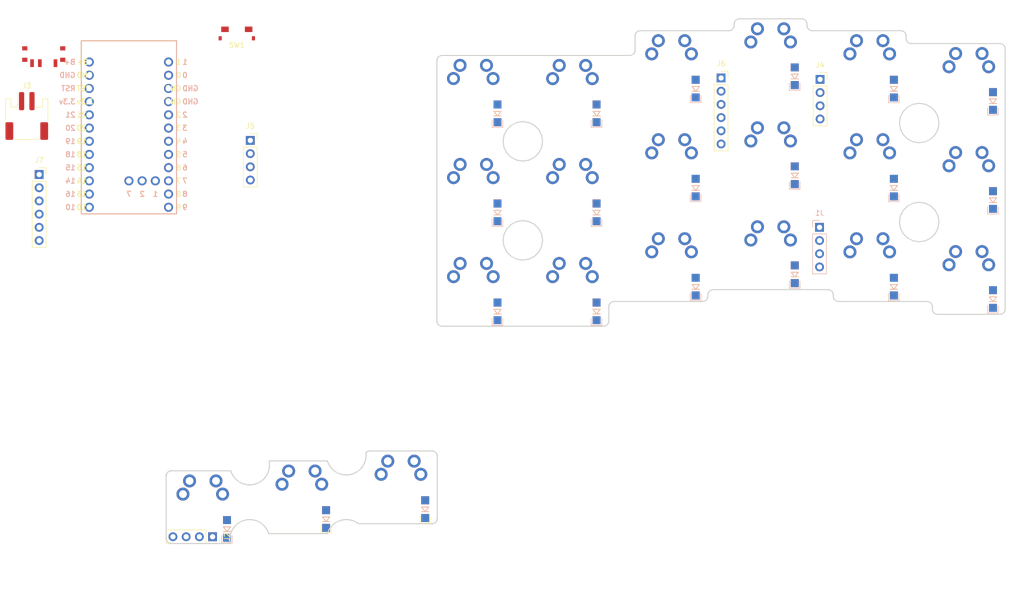
<source format=kicad_pcb>
(kicad_pcb (version 20240108) (generator "pcbnew") (generator_version "8.0")
  (layers (0 "F.Cu" signal) (31 "B.Cu" signal) (34 "B.Paste" user) (35 "F.Paste" user) (36 "B.SilkS" user "B.Silkscreen") (37 "F.SilkS" user "F.Silkscreen") (38 "B.Mask" user) (39 "F.Mask" user) (44 "Edge.Cuts" user))
  (net 0 "")
  (net 1 "Row 0")
  (net 2 "Net-(D1-A)")
  (net 3 "Net-(D2-A)")
  (net 4 "Net-(D3-A)")
  (net 5 "Net-(D4-A)")
  (net 6 "Net-(D5-A)")
  (net 7 "Net-(D6-A)")
  (net 8 "Net-(D7-A)")
  (net 9 "Row 1")
  (net 10 "Net-(D8-A)")
  (net 11 "Net-(D9-A)")
  (net 12 "Net-(D10-A)")
  (net 13 "Net-(D11-A)")
  (net 14 "Net-(D12-A)")
  (net 15 "Row 2")
  (net 16 "Net-(D13-A)")
  (net 17 "Net-(D14-A)")
  (net 18 "Net-(D15-A)")
  (net 19 "Net-(D16-A)")
  (net 20 "Net-(D17-A)")
  (net 21 "Net-(D18-A)")
  (net 22 "Net-(D19-A)")
  (net 23 "Net-(D19-K)")
  (net 24 "Net-(D20-A)")
  (net 25 "Net-(D21-A)")
  (net 26 "Col 4")
  (net 27 "Col 5")
  (net 28 "Row 3")
  (net 29 "Col 3")
  (net 30 "Net-(J2-Pin_3)")
  (net 31 "Net-(J2-Pin_2)")
  (net 32 "Net-(J2-Pin_4)")
  (net 33 "Net-(J3-Pin_2)")
  (net 34 "GND")
  (net 35 "Col 0")
  (net 36 "Col 1")
  (net 37 "Col 2")
  (net 38 "Reset")
  (net 40 "RAW")
  (net 53 "MCU Row 3")
  (net 54 "MCU Row 2")
  (net 55 "MCU Row 1")
  (net 56 "MCU Row 0")
  (net 57 "MCU Col 4")
  (net 58 "MCU Col 3")
  (net 59 "MCU Col 5")
  (net 60 "MCU Col 0")
  (net 61 "MCU Col 2")
  (net 62 "MCU Col 1")
  (footprint "ScottoKeebs_Scotto:MX_Solder_1.00u_Reversible" (layer "F.Cu") (at 159.485 33.5915)
    (property "Reference" "S4" (hide yes))
    (property "Value" "Keyswitch")
    (pad "" np_thru_hole circle (at -5.08 0) (size 1.75 1.75) (drill 1.75) (layers "*.Cu" "*.Mask"))
    (pad "" np_thru_hole circle (at 0 0) (size 4 4) (drill 4) (layers "*.Cu" "*.Mask"))
    (pad "" np_thru_hole circle (at 0 0) (size 4 4) (drill 4) (layers "*.Cu" "*.Mask"))
    (pad "" np_thru_hole circle (at 5.08 0) (size 1.75 1.75) (drill 1.75) (layers "*.Cu" "*.Mask"))
    (pad "1" thru_hole circle (at -3.81 -2.54) (size 2.5 2.5) (drill 1.5) (layers "*.Cu" "*.Mask") (net 29 "Col 3"))
    (pad "1" thru_hole circle (at -2.54 -5.08) (size 2.5 2.5) (drill 1.5) (layers "*.Cu" "*.Mask") (net 29 "Col 3"))
    (pad "2" thru_hole circle (at 2.54 -5.08) (size 2.5 2.5) (drill 1.5) (layers "*.Cu" "*.Mask") (net 5 "Net-(D4-A)"))
    (pad "2" thru_hole circle (at 3.81 -2.54) (size 2.5 2.5) (drill 1.5) (layers "*.Cu" "*.Mask") (net 5 "Net-(D4-A)"))
  )
  (footprint "ScottoKeebs_Scotto:MX_Solder_1.00u_Reversible" (layer "F.Cu") (at 159.485 71.6915)
    (property "Reference" "S16" (hide yes))
    (property "Value" "Keyswitch")
    (pad "" np_thru_hole circle (at -5.08 0) (size 1.75 1.75) (drill 1.75) (layers "*.Cu" "*.Mask"))
    (pad "" np_thru_hole circle (at 0 0) (size 4 4) (drill 4) (layers "*.Cu" "*.Mask"))
    (pad "" np_thru_hole circle (at 0 0) (size 4 4) (drill 4) (layers "*.Cu" "*.Mask"))
    (pad "" np_thru_hole circle (at 5.08 0) (size 1.75 1.75) (drill 1.75) (layers "*.Cu" "*.Mask"))
    (pad "1" thru_hole circle (at -3.81 -2.54) (size 2.5 2.5) (drill 1.5) (layers "*.Cu" "*.Mask") (net 29 "Col 3"))
    (pad "1" thru_hole circle (at -2.54 -5.08) (size 2.5 2.5) (drill 1.5) (layers "*.Cu" "*.Mask") (net 29 "Col 3"))
    (pad "2" thru_hole circle (at 2.54 -5.08) (size 2.5 2.5) (drill 1.5) (layers "*.Cu" "*.Mask") (net 19 "Net-(D16-A)"))
    (pad "2" thru_hole circle (at 3.81 -2.54) (size 2.5 2.5) (drill 1.5) (layers "*.Cu" "*.Mask") (net 19 "Net-(D16-A)"))
  )
  (footprint "KeebLib:switch_SSSS811101" (layer "F.Cu") (at 19.75 33.37375 180)
    (property "Reference" "SW2" (hide yes))
    (property "Value" "SW_SPDT")
    (pad "" np_thru_hole circle (at -1.5 0 180) (size 0.9 0.9) (drill 0.9) (layers "*.Cu" "*.Mask"))
    (pad "" np_thru_hole circle (at 1.5 0 180) (size 0.9 0.9) (drill 0.9) (layers "*.Cu" "*.Mask"))
    (pad "1" smd rect (at -2.25 -1.75 180) (size 0.7 1.5) (layers "F.Cu" "F.Paste" "F.Mask") (net 40 "RAW"))
    (pad "2" smd rect (at 0.75 -1.75 180) (size 0.7 1.5) (layers "F.Cu" "F.Paste" "F.Mask") (net 33 "Net-(J3-Pin_2)"))
    (pad "3" smd rect (at 2.25 -1.75 180) (size 0.7 1.5) (layers "F.Cu" "F.Paste" "F.Mask"))
    (pad "4" smd rect (at -3.65 1.1 180) (size 1 0.8) (layers "F.Cu" "F.Paste" "F.Mask"))
    (pad "5" smd rect (at -3.65 -1.1 180) (size 1 0.8) (layers "F.Cu" "F.Paste" "F.Mask"))
    (pad "6" smd rect (at 3.65 -1.1 180) (size 1 0.8) (layers "F.Cu" "F.Paste" "F.Mask"))
    (pad "7" smd rect (at 3.65 1.1 180) (size 1 0.8) (layers "F.Cu" "F.Paste" "F.Mask"))
  )
  (footprint "ScottoKeebs_Scotto:MX_Solder_1.00u_Reversible" (layer "F.Cu") (at 178.535 35.8775)
    (property "Reference" "S5" (hide yes))
    (property "Value" "Keyswitch")
    (pad "" np_thru_hole circle (at -5.08 0) (size 1.75 1.75) (drill 1.75) (layers "*.Cu" "*.Mask"))
    (pad "" np_thru_hole circle (at 0 0) (size 4 4) (drill 4) (layers "*.Cu" "*.Mask"))
    (pad "" np_thru_hole circle (at 0 0) (size 4 4) (drill 4) (layers "*.Cu" "*.Mask"))
    (pad "" np_thru_hole circle (at 5.08 0) (size 1.75 1.75) (drill 1.75) (layers "*.Cu" "*.Mask"))
    (pad "1" thru_hole circle (at -3.81 -2.54) (size 2.5 2.5) (drill 1.5) (layers "*.Cu" "*.Mask") (net 26 "Col 4"))
    (pad "1" thru_hole circle (at -2.54 -5.08) (size 2.5 2.5) (drill 1.5) (layers "*.Cu" "*.Mask") (net 26 "Col 4"))
    (pad "2" thru_hole circle (at 2.54 -5.08) (size 2.5 2.5) (drill 1.5) (layers "*.Cu" "*.Mask") (net 6 "Net-(D5-A)"))
    (pad "2" thru_hole circle (at 3.81 -2.54) (size 2.5 2.5) (drill 1.5) (layers "*.Cu" "*.Mask") (net 6 "Net-(D5-A)"))
  )
  (footprint "Connector_PinSocket_2.54mm:PinSocket_1x04_P2.54mm_Vertical" (layer "F.Cu") (at 52.20625 126.2425 -90)
    (property "Reference" "J2" (at 0 -2.77 90) (layer "F.SilkS"))
    (property "Value" "Conn_01x04_Socket")
    (pad "1" thru_hole rect (at 0 0 270) (size 1.7 1.7) (drill 1) (layers "*.Cu" "*.Mask") (net 23 "Net-(D19-K)"))
    (pad "2" thru_hole oval (at 0 2.54 270) (size 1.7 1.7) (drill 1) (layers "*.Cu" "*.Mask") (net 31 "Net-(J2-Pin_2)"))
    (pad "3" thru_hole oval (at 0 5.08 270) (size 1.7 1.7) (drill 1) (layers "*.Cu" "*.Mask") (net 30 "Net-(J2-Pin_3)"))
    (pad "4" thru_hole oval (at 0 7.62 270) (size 1.7 1.7) (drill 1) (layers "*.Cu" "*.Mask") (net 32 "Net-(J2-Pin_4)"))
  )
  (footprint "ScottoKeebs_Scotto:MX_Solder_1.00u_Reversible" (layer "F.Cu") (at 121.385 40.64)
    (property "Reference" "S2" (hide yes))
    (property "Value" "Keyswitch")
    (pad "" np_thru_hole circle (at -5.08 0) (size 1.75 1.75) (drill 1.75) (layers "*.Cu" "*.Mask"))
    (pad "" np_thru_hole circle (at 0 0) (size 4 4) (drill 4) (layers "*.Cu" "*.Mask"))
    (pad "" np_thru_hole circle (at 0 0) (size 4 4) (drill 4) (layers "*.Cu" "*.Mask"))
    (pad "" np_thru_hole circle (at 5.08 0) (size 1.75 1.75) (drill 1.75) (layers "*.Cu" "*.Mask"))
    (pad "1" thru_hole circle (at -3.81 -2.54) (size 2.5 2.5) (drill 1.5) (layers "*.Cu" "*.Mask") (net 36 "Col 1"))
    (pad "1" thru_hole circle (at -2.54 -5.08) (size 2.5 2.5) (drill 1.5) (layers "*.Cu" "*.Mask") (net 36 "Col 1"))
    (pad "2" thru_hole circle (at 2.54 -5.08) (size 2.5 2.5) (drill 1.5) (layers "*.Cu" "*.Mask") (net 3 "Net-(D2-A)"))
    (pad "2" thru_hole circle (at 3.81 -2.54) (size 2.5 2.5) (drill 1.5) (layers "*.Cu" "*.Mask") (net 3 "Net-(D2-A)"))
  )
  (footprint "ScottoKeebs_Scotto:MX_Solder_1.00u_Reversible" (layer "F.Cu") (at 140.435 54.9275)
    (property "Reference" "S9" (hide yes))
    (property "Value" "Keyswitch")
    (pad "" np_thru_hole circle (at -5.08 0) (size 1.75 1.75) (drill 1.75) (layers "*.Cu" "*.Mask"))
    (pad "" np_thru_hole circle (at 0 0) (size 4 4) (drill 4) (layers "*.Cu" "*.Mask"))
    (pad "" np_thru_hole circle (at 0 0) (size 4 4) (drill 4) (layers "*.Cu" "*.Mask"))
    (pad "" np_thru_hole circle (at 5.08 0) (size 1.75 1.75) (drill 1.75) (layers "*.Cu" "*.Mask"))
    (pad "1" thru_hole circle (at -3.81 -2.54) (size 2.5 2.5) (drill 1.5) (layers "*.Cu" "*.Mask") (net 37 "Col 2"))
    (pad "1" thru_hole circle (at -2.54 -5.08) (size 2.5 2.5) (drill 1.5) (layers "*.Cu" "*.Mask") (net 37 "Col 2"))
    (pad "2" thru_hole circle (at 2.54 -5.08) (size 2.5 2.5) (drill 1.5) (layers "*.Cu" "*.Mask") (net 11 "Net-(D9-A)"))
    (pad "2" thru_hole circle (at 3.81 -2.54) (size 2.5 2.5) (drill 1.5) (layers "*.Cu" "*.Mask") (net 11 "Net-(D9-A)"))
  )
  (footprint "Connector_PinSocket_2.54mm:PinSocket_1x04_P2.54mm_Vertical" (layer "F.Cu") (at 168.99375 38.2425)
    (property "Reference" "J4" (at 0 -2.77 0) (layer "F.SilkS"))
    (property "Value" "Conn_01x04_Socket")
    (pad "1" thru_hole rect (at 0 0) (size 1.7 1.7) (drill 1) (layers "*.Cu" "*.Mask") (net 1 "Row 0"))
    (pad "2" thru_hole oval (at 0 2.54) (size 1.7 1.7) (drill 1) (layers "*.Cu" "*.Mask") (net 9 "Row 1"))
    (pad "3" thru_hole oval (at 0 5.08) (size 1.7 1.7) (drill 1) (layers "*.Cu" "*.Mask") (net 15 "Row 2"))
    (pad "4" thru_hole oval (at 0 7.62) (size 1.7 1.7) (drill 1) (layers "*.Cu" "*.Mask") (net 28 "Row 3"))
  )
  (footprint "Connector_JST:JST_PH_S2B-PH-SM4-TB_1x02-1MP_P2.00mm_Horizontal" (layer "F.Cu") (at 16.4875 45.28)
    (property "Reference" "J3" (at 0 -5.8 0) (layer "F.SilkS"))
    (property "Value" "Conn_01x02")
    (pad "1" smd roundrect (at -1 -2.85) (size 1 3.5) (layers "F.Cu" "F.Paste" "F.Mask") (net 34 "GND"))
    (pad "2" smd roundrect (at 1 -2.85) (size 1 3.5) (layers "F.Cu" "F.Paste" "F.Mask") (net 33 "Net-(J3-Pin_2)"))
    (pad "MP" smd roundrect (at -3.35 2.9) (size 1.5 3.4) (layers "F.Cu" "F.Paste" "F.Mask") (roundrect_rratio 0.166667))
    (pad "MP" smd roundrect (at 3.35 2.9) (size 1.5 3.4) (layers "F.Cu" "F.Paste" "F.Mask") (roundrect_rratio 0.166667))
  )
  (footprint "ScottoKeebs_Scotto:MX_Solder_1.00u_Reversible" (layer "F.Cu") (at 50.32 120.58)
    (property "Reference" "S19" (hide yes))
    (property "Value" "Keyswitch")
    (pad "" np_thru_hole circle (at -5.08 0) (size 1.75 1.75) (drill 1.75) (layers "*.Cu" "*.Mask"))
    (pad "" np_thru_hole circle (at 0 0) (size 4 4) (drill 4) (layers "*.Cu" "*.Mask"))
    (pad "" np_thru_hole circle (at 0 0) (size 4 4) (drill 4) (layers "*.Cu" "*.Mask"))
    (pad "" np_thru_hole circle (at 5.08 0) (size 1.75 1.75) (drill 1.75) (layers "*.Cu" "*.Mask"))
    (pad "1" thru_hole circle (at -3.81 -2.54) (size 2.5 2.5) (drill 1.5) (layers "*.Cu" "*.Mask") (net 32 "Net-(J2-Pin_4)"))
    (pad "1" thru_hole circle (at -2.54 -5.08) (size 2.5 2.5) (drill 1.5) (layers "*.Cu" "*.Mask") (net 32 "Net-(J2-Pin_4)"))
    (pad "2" thru_hole circle (at 2.54 -5.08) (size 2.5 2.5) (drill 1.5) (layers "*.Cu" "*.Mask") (net 22 "Net-(D19-A)"))
    (pad "2" thru_hole circle (at 3.81 -2.54) (size 2.5 2.5) (drill 1.5) (layers "*.Cu" "*.Mask") (net 22 "Net-(D19-A)"))
  )
  (footprint "ScottoKeebs_Scotto:MX_Solder_1.00u_Reversible" (layer "F.Cu") (at 69.37 118.675)
    (property "Reference" "S20" (hide yes))
    (property "Value" "Keyswitch")
    (pad "" np_thru_hole circle (at -5.08 0) (size 1.75 1.75) (drill 1.75) (layers "*.Cu" "*.Mask"))
    (pad "" np_thru_hole circle (at 0 0) (size 4 4) (drill 4) (layers "*.Cu" "*.Mask"))
    (pad "" np_thru_hole circle (at 0 0) (size 4 4) (drill 4) (layers "*.Cu" "*.Mask"))
    (pad "" np_thru_hole circle (at 5.08 0) (size 1.75 1.75) (drill 1.75) (layers "*.Cu" "*.Mask"))
    (pad "1" thru_hole circle (at -3.81 -2.54) (size 2.5 2.5) (drill 1.5) (layers "*.Cu" "*.Mask") (net 30 "Net-(J2-Pin_3)"))
    (pad "1" thru_hole circle (at -2.54 -5.08) (size 2.5 2.5) (drill 1.5) (layers "*.Cu" "*.Mask") (net 30 "Net-(J2-Pin_3)"))
    (pad "2" thru_hole circle (at 2.54 -5.08) (size 2.5 2.5) (drill 1.5) (layers "*.Cu" "*.Mask") (net 24 "Net-(D20-A)"))
    (pad "2" thru_hole circle (at 3.81 -2.54) (size 2.5 2.5) (drill 1.5) (layers "*.Cu" "*.Mask") (net 24 "Net-(D20-A)"))
  )
  (footprint "ScottoKeebs_Scotto:MX_Solder_1.00u_Reversible" (layer "F.Cu") (at 197.585 38.354)
    (property "Reference" "S6" (hide yes))
    (property "Value" "Keyswitch")
    (pad "" np_thru_hole circle (at -5.08 0) (size 1.75 1.75) (drill 1.75) (layers "*.Cu" "*.Mask"))
    (pad "" np_thru_hole circle (at 0 0) (size 4 4) (drill 4) (layers "*.Cu" "*.Mask"))
    (pad "" np_thru_hole circle (at 0 0) (size 4 4) (drill 4) (layers "*.Cu" "*.Mask"))
    (pad "" np_thru_hole circle (at 5.08 0) (size 1.75 1.75) (drill 1.75) (layers "*.Cu" "*.Mask"))
    (pad "1" thru_hole circle (at -3.81 -2.54) (size 2.5 2.5) (drill 1.5) (layers "*.Cu" "*.Mask") (net 27 "Col 5"))
    (pad "1" thru_hole circle (at -2.54 -5.08) (size 2.5 2.5) (drill 1.5) (layers "*.Cu" "*.Mask") (net 27 "Col 5"))
    (pad "2" thru_hole circle (at 2.54 -5.08) (size 2.5 2.5) (drill 1.5) (layers "*.Cu" "*.Mask") (net 7 "Net-(D6-A)"))
    (pad "2" thru_hole circle (at 3.81 -2.54) (size 2.5 2.5) (drill 1.5) (layers "*.Cu" "*.Mask") (net 7 "Net-(D6-A)"))
  )
  (footprint "ScottoKeebs_Scotto:MX_Solder_1.00u_Reversible" (layer "F.Cu") (at 178.535 73.9775)
    (property "Reference" "S17" (hide yes))
    (property "Value" "Keyswitch")
    (pad "" np_thru_hole circle (at -5.08 0) (size 1.75 1.75) (drill 1.75) (layers "*.Cu" "*.Mask"))
    (pad "" np_thru_hole circle (at 0 0) (size 4 4) (drill 4) (layers "*.Cu" "*.Mask"))
    (pad "" np_thru_hole circle (at 0 0) (size 4 4) (drill 4) (layers "*.Cu" "*.Mask"))
    (pad "" np_thru_hole circle (at 5.08 0) (size 1.75 1.75) (drill 1.75) (layers "*.Cu" "*.Mask"))
    (pad "1" thru_hole circle (at -3.81 -2.54) (size 2.5 2.5) (drill 1.5) (layers "*.Cu" "*.Mask") (net 26 "Col 4"))
    (pad "1" thru_hole circle (at -2.54 -5.08) (size 2.5 2.5) (drill 1.5) (layers "*.Cu" "*.Mask") (net 26 "Col 4"))
    (pad "2" thru_hole circle (at 2.54 -5.08) (size 2.5 2.5) (drill 1.5) (layers "*.Cu" "*.Mask") (net 20 "Net-(D17-A)"))
    (pad "2" thru_hole circle (at 3.81 -2.54) (size 2.5 2.5) (drill 1.5) (layers "*.Cu" "*.Mask") (net 20 "Net-(D17-A)"))
  )
  (footprint "ScottoKeebs_Scotto:MX_Solder_1.00u_Reversible" (layer "F.Cu") (at 102.31875 40.62375)
    (property "Reference" "S1" (hide yes))
    (property "Value" "Keyswitch")
    (pad "" np_thru_hole circle (at -5.08 0) (size 1.75 1.75) (drill 1.75) (layers "*.Cu" "*.Mask"))
    (pad "" np_thru_hole circle (at 0 0) (size 4 4) (drill 4) (layers "*.Cu" "*.Mask"))
    (pad "" np_thru_hole circle (at 0 0) (size 4 4) (drill 4) (layers "*.Cu" "*.Mask"))
    (pad "" np_thru_hole circle (at 5.08 0) (size 1.75 1.75) (drill 1.75) (layers "*.Cu" "*.Mask"))
    (pad "1" thru_hole circle (at -3.81 -2.54) (size 2.5 2.5) (drill 1.5) (layers "*.Cu" "*.Mask") (net 35 "Col 0"))
    (pad "1" thru_hole circle (at -2.54 -5.08) (size 2.5 2.5) (drill 1.5) (layers "*.Cu" "*.Mask") (net 35 "Col 0"))
    (pad "2" thru_hole circle (at 2.54 -5.08) (size 2.5 2.5) (drill 1.5) (layers "*.Cu" "*.Mask") (net 2 "Net-(D1-A)"))
    (pad "2" thru_hole circle (at 3.81 -2.54) (size 2.5 2.5) (drill 1.5) (layers "*.Cu" "*.Mask") (net 2 "Net-(D1-A)"))
  )
  (footprint "BastardKB:Diode_TH_SOD123" (layer "F.Cu") (at 93.07625 125.92625 90)
    (property "Reference" "D21" (hide yes))
    (property "Value" "Diode")
    (pad "1" smd rect (at 3.3 0 90) (size 1.524 1.524) (layers "F.Cu" "F.Paste" "F.Mask") (net 23 "Net-(D19-K)"))
    (pad "1" smd rect (at 3.3 0 90) (size 1.524 1.524) (layers "B.Cu" "B.Paste" "B.Mask") (net 23 "Net-(D19-K)"))
    (pad "2" smd rect (at 6.7 0 90) (size 1.524 1.524) (layers "F.Cu" "F.Paste" "F.Mask") (net 25 "Net-(D21-A)"))
    (pad "2" smd rect (at 6.7 0 90) (size 1.524 1.524) (layers "B.Cu" "B.Paste" "B.Mask") (net 25 "Net-(D21-A)"))
  )
  (footprint "ScottoKeebs_Scotto:MX_Solder_1.00u_Reversible" (layer "F.Cu") (at 102.335 59.69)
    (property "Reference" "S7" (hide yes))
    (property "Value" "Keyswitch")
    (pad "" np_thru_hole circle (at -5.08 0) (size 1.75 1.75) (drill 1.75) (layers "*.Cu" "*.Mask"))
    (pad "" np_thru_hole circle (at 0 0) (size 4 4) (drill 4) (layers "*.Cu" "*.Mask"))
    (pad "" np_thru_hole circle (at 0 0) (size 4 4) (drill 4) (layers "*.Cu" "*.Mask"))
    (pad "" np_thru_hole circle (at 5.08 0) (size 1.75 1.75) (drill 1.75) (layers "*.Cu" "*.Mask"))
    (pad "1" thru_hole circle (at -3.81 -2.54) (size 2.5 2.5) (drill 1.5) (layers "*.Cu" "*.Mask") (net 35 "Col 0"))
    (pad "1" thru_hole circle (at -2.54 -5.08) (size 2.5 2.5) (drill 1.5) (layers "*.Cu" "*.Mask") (net 35 "Col 0"))
    (pad "2" thru_hole circle (at 2.54 -5.08) (size 2.5 2.5) (drill 1.5) (layers "*.Cu" "*.Mask") (net 8 "Net-(D7-A)"))
    (pad "2" thru_hole circle (at 3.81 -2.54) (size 2.5 2.5) (drill 1.5) (layers "*.Cu" "*.Mask") (net 8 "Net-(D7-A)"))
  )
  (footprint "ScottoKeebs_Scotto:MX_Solder_1.00u_Reversible" (layer "F.Cu") (at 121.385 78.74)
    (property "Reference" "S14" (hide yes))
    (property "Value" "Keyswitch")
    (pad "" np_thru_hole circle (at -5.08 0) (size 1.75 1.75) (drill 1.75) (layers "*.Cu" "*.Mask"))
    (pad "" np_thru_hole circle (at 0 0) (size 4 4) (drill 4) (layers "*.Cu" "*.Mask"))
    (pad "" np_thru_hole circle (at 0 0) (size 4 4) (drill 4) (layers "*.Cu" "*.Mask"))
    (pad "" np_thru_hole circle (at 5.08 0) (size 1.75 1.75) (drill 1.75) (layers "*.Cu" "*.Mask"))
    (pad "1" thru_hole circle (at -3.81 -2.54) (size 2.5 2.5) (drill 1.5) (layers "*.Cu" "*.Mask") (net 36 "Col 1"))
    (pad "1" thru_hole circle (at -2.54 -5.08) (size 2.5 2.5) (drill 1.5) (layers "*.Cu" "*.Mask") (net 36 "Col 1"))
    (pad "2" thru_hole circle (at 2.54 -5.08) (size 2.5 2.5) (drill 1.5) (layers "*.Cu" "*.Mask") (net 17 "Net-(D14-A)"))
    (pad "2" thru_hole circle (at 3.81 -2.54) (size 2.5 2.5) (drill 1.5) (layers "*.Cu" "*.Mask") (net 17 "Net-(D14-A)"))
  )
  (footprint "ScottoKeebs_Scotto:MX_Solder_1.00u_Reversible" (layer "F.Cu") (at 121.385 59.69)
    (property "Reference" "S8" (hide yes))
    (property "Value" "Keyswitch")
    (pad "" np_thru_hole circle (at -5.08 0) (size 1.75 1.75) (drill 1.75) (layers "*.Cu" "*.Mask"))
    (pad "" np_thru_hole circle (at 0 0) (size 4 4) (drill 4) (layers "*.Cu" "*.Mask"))
    (pad "" np_thru_hole circle (at 0 0) (size 4 4) (drill 4) (layers "*.Cu" "*.Mask"))
    (pad "" np_thru_hole circle (at 5.08 0) (size 1.75 1.75) (drill 1.75) (layers "*.Cu" "*.Mask"))
    (pad "1" thru_hole circle (at -3.81 -2.54) (size 2.5 2.5) (drill 1.5) (layers "*.Cu" "*.Mask") (net 36 "Col 1"))
    (pad "1" thru_hole circle (at -2.54 -5.08) (size 2.5 2.5) (drill 1.5) (layers "*.Cu" "*.Mask") (net 36 "Col 1"))
    (pad "2" thru_hole circle (at 2.54 -5.08) (size 2.5 2.5) (drill 1.5) (layers "*.Cu" "*.Mask") (net 10 "Net-(D8-A)"))
    (pad "2" thru_hole circle (at 3.81 -2.54) (size 2.5 2.5) (drill 1.5) (layers "*.Cu" "*.Mask") (net 10 "Net-(D8-A)"))
  )
  (footprint "ScottoKeebs_Scotto:MX_Solder_1.00u_Reversible" (layer "F.Cu") (at 178.535 54.9275)
    (property "Reference" "S11" (hide yes))
    (property "Value" "Keyswitch")
    (pad "" np_thru_hole circle (at -5.08 0) (size 1.75 1.75) (drill 1.75) (layers "*.Cu" "*.Mask"))
    (pad "" np_thru_hole circle (at 0 0) (size 4 4) (drill 4) (layers "*.Cu" "*.Mask"))
    (pad "" np_thru_hole circle (at 0 0) (size 4 4) (drill 4) (layers "*.Cu" "*.Mask"))
    (pad "" np_thru_hole circle (at 5.08 0) (size 1.75 1.75) (drill 1.75) (layers "*.Cu" "*.Mask"))
    (pad "1" thru_hole circle (at -3.81 -2.54) (size 2.5 2.5) (drill 1.5) (layers "*.Cu" "*.Mask") (net 26 "Col 4"))
    (pad "1" thru_hole circle (at -2.54 -5.08) (size 2.5 2.5) (drill 1.5) (layers "*.Cu" "*.Mask") (net 26 "Col 4"))
    (pad "2" thru_hole circle (at 2.54 -5.08) (size 2.5 2.5) (drill 1.5) (layers "*.Cu" "*.Mask") (net 13 "Net-(D11-A)"))
    (pad "2" thru_hole circle (at 3.81 -2.54) (size 2.5 2.5) (drill 1.5) (layers "*.Cu" "*.Mask") (net 13 "Net-(D11-A)"))
  )
  (footprint "Connector_PinSocket_2.54mm:PinSocket_1x06_P2.54mm_Vertical" (layer "F.Cu") (at 149.96 37.9775)
    (property "Reference" "J6" (at 0 -2.77 0) (layer "F.SilkS"))
    (property "Value" "Conn_01x06_Socket")
    (pad "1" thru_hole rect (at 0 0) (size 1.7 1.7) (drill 1) (layers "*.Cu" "*.Mask") (net 35 "Col 0"))
    (pad "2" thru_hole oval (at 0 2.54) (size 1.7 1.7) (drill 1) (layers "*.Cu" "*.Mask") (net 36 "Col 1"))
    (pad "3" thru_hole oval (at 0 5.08) (size 1.7 1.7) (drill 1) (layers "*.Cu" "*.Mask") (net 37 "Col 2"))
    (pad "4" thru_hole oval (at 0 7.62) (size 1.7 1.7) (drill 1) (layers "*.Cu" "*.Mask") (net 29 "Col 3"))
    (pad "5" thru_hole oval (at 0 10.16) (size 1.7 1.7) (drill 1) (layers "*.Cu" "*.Mask") (net 26 "Col 4"))
    (pad "6" thru_hole oval (at 0 12.7) (size 1.7 1.7) (drill 1) (layers "*.Cu" "*.Mask") (net 27 "Col 5"))
  )
  (footprint "ScottoKeebs_Scotto:MX_Solder_1.00u_Reversible" (layer "F.Cu") (at 88.42 116.77)
    (property "Reference" "S21" (hide yes))
    (property "Value" "Keyswitch")
    (pad "" np_thru_hole circle (at -5.08 0) (size 1.75 1.75) (drill 1.75) (layers "*.Cu" "*.Mask"))
    (pad "" np_thru_hole circle (at 0 0) (size 4 4) (drill 4) (layers "*.Cu" "*.Mask"))
    (pad "" np_thru_hole circle (at 0 0) (size 4 4) (drill 4) (layers "*.Cu" "*.Mask"))
    (pad "" np_thru_hole circle (at 5.08 0) (size 1.75 1.75) (drill 1.75) (layers "*.Cu" "*.Mask"))
    (pad "1" thru_hole circle (at -3.81 -2.54) (size 2.5 2.5) (drill 1.5) (layers "*.Cu" "*.Mask") (net 31 "Net-(J2-Pin_2)"))
    (pad "1" thru_hole circle (at -2.54 -5.08) (size 2.5 2.5) (drill 1.5) (layers "*.Cu" "*.Mask") (net 31 "Net-(J2-Pin_2)"))
    (pad "2" thru_hole circle (at 2.54 -5.08) (size 2.5 2.5) (drill 1.5) (layers "*.Cu" "*.Mask") (net 25 "Net-(D21-A)"))
    (pad "2" thru_hole circle (at 3.81 -2.54) (size 2.5 2.5) (drill 1.5) (layers "*.Cu" "*.Mask") (net 25 "Net-(D21-A)"))
  )
  (footprint "Connector_PinSocket_2.54mm:PinSocket_1x04_P2.54mm_Vertical" (layer "F.Cu") (at 59.45625 49.99)
    (property "Reference" "J5" (at 0 -2.77 0) (layer "F.SilkS"))
    (property "Value" "Conn_01x04_Socket")
    (pad "1" thru_hole rect (at 0 0) (size 1.7 1.7) (drill 1) (layers "*.Cu" "*.Mask") (net 56 "MCU Row 0"))
    (pad "2" thru_hole oval (at 0 2.54) (size 1.7 1.7) (drill 1) (layers "*.Cu" "*.Mask") (net 55 "MCU Row 1"))
    (pad "3" thru_hole oval (at 0 5.08) (size 1.7 1.7) (drill 1) (layers "*.Cu" "*.Mask") (net 54 "MCU Row 2"))
    (pad "4" thru_hole oval (at 0 7.62) (size 1.7 1.7) (drill 1) (layers "*.Cu" "*.Mask") (net 53 "MCU Row 3"))
  )
  (footprint "BastardKB:Diode_TH_SOD123" (layer "F.Cu") (at 74.02625 127.83125 90)
    (property "Reference" "D20" (hide yes))
    (property "Value" "Diode")
    (pad "1" smd rect (at 3.3 0 90) (size 1.524 1.524) (layers "F.Cu" "F.Paste" "F.Mask") (net 23 "Net-(D19-K)"))
    (pad "1" smd rect (at 3.3 0 90) (size 1.524 1.524) (layers "B.Cu" "B.Paste" "B.Mask") (net 23 "Net-(D19-K)"))
    (pad "2" smd rect (at 6.7 0 90) (size 1.524 1.524) (layers "F.Cu" "F.Paste" "F.Mask") (net 24 "Net-(D20-A)"))
    (pad "2" smd rect (at 6.7 0 90) (size 1.524 1.524) (layers "B.Cu" "B.Paste" "B.Mask") (net 24 "Net-(D20-A)"))
  )
  (footprint "ScottoKeebs_Scotto:MX_Solder_1.00u_Reversible" (layer "F.Cu") (at 197.585 57.404)
    (property "Reference" "S12" (hide yes))
    (property "Value" "Keyswitch")
    (pad "" np_thru_hole circle (at -5.08 0) (size 1.75 1.75) (drill 1.75) (layers "*.Cu" "*.Mask"))
    (pad "" np_thru_hole circle (at 0 0) (size 4 4) (drill 4) (layers "*.Cu" "*.Mask"))
    (pad "" np_thru_hole circle (at 0 0) (size 4 4) (drill 4) (layers "*.Cu" "*.Mask"))
    (pad "" np_thru_hole circle (at 5.08 0) (size 1.75 1.75) (drill 1.75) (layers "*.Cu" "*.Mask"))
    (pad "1" thru_hole circle (at -3.81 -2.54) (size 2.5 2.5) (drill 1.5) (layers "*.Cu" "*.Mask") (net 27 "Col 5"))
    (pad "1" thru_hole circle (at -2.54 -5.08) (size 2.5 2.5) (drill 1.5) (layers "*.Cu" "*.Mask") (net 27 "Col 5"))
    (pad "2" thru_hole circle (at 2.54 -5.08) (size 2.5 2.5) (drill 1.5) (layers "*.Cu" "*.Mask") (net 14 "Net-(D12-A)"))
    (pad "2" thru_hole circle (at 3.81 -2.54) (size 2.5 2.5) (drill 1.5) (layers "*.Cu" "*.Mask") (net 14 "Net-(D12-A)"))
  )
  (footprint "KeebLib:alps_sksn" (layer "F.Cu") (at 56.8625 31.18625)
    (property "Reference" "SW1" (at 0 0.5 0) (layer "F.SilkS"))
    (property "Value" "SW_Push")
    (pad "" smd rect (at -3.2 -0.85) (size 0.6 0.8) (layers "F.Cu" "F.Paste" "F.Mask"))
    (pad "" smd rect (at 3.2 -0.85) (size 0.6 0.8) (layers "F.Cu" "F.Paste" "F.Mask"))
    (pad "1" smd rect (at 2.275 -2.575) (size 1.45 1.05) (layers "F.Cu" "F.Paste" "F.Mask") (net 38 "Reset"))
    (pad "2" smd rect (at -2.275 -2.575) (size 1.45 1.05) (layers "F.Cu" "F.Paste" "F.Mask") (net 34 "GND"))
  )
  (footprint "ScottoKeebs_Scotto:MX_Solder_1.00u_Reversible" (layer "F.Cu") (at 102.335 78.74)
    (property "Reference" "S13" (hide yes))
    (property "Value" "Keyswitch")
    (pad "" np_thru_hole circle (at -5.08 0) (size 1.75 1.75) (drill 1.75) (layers "*.Cu" "*.Mask"))
    (pad "" np_thru_hole circle (at 0 0) (size 4 4) (drill 4) (layers "*.Cu" "*.Mask"))
    (pad "" np_thru_hole circle (at 0 0) (size 4 4) (drill 4) (layers "*.Cu" "*.Mask"))
    (pad "" np_thru_hole circle (at 5.08 0) (size 1.75 1.75) (drill 1.75) (layers "*.Cu" "*.Mask"))
    (pad "1" thru_hole circle (at -3.81 -2.54) (size 2.5 2.5) (drill 1.5) (layers "*.Cu" "*.Mask") (net 35 "Col 0"))
    (pad "1" thru_hole circle (at -2.54 -5.08) (size 2.5 2.5) (drill 1.5) (layers "*.Cu" "*.Mask") (net 35 "Col 0"))
    (pad "2" thru_hole circle (at 2.54 -5.08) (size 2.5 2.5) (drill 1.5) (layers "*.Cu" "*.Mask") (net 16 "Net-(D13-A)"))
    (pad "2" thru_hole circle (at 3.81 -2.54) (size 2.5 2.5) (drill 1.5) (layers "*.Cu" "*.Mask") (net 16 "Net-(D13-A)"))
  )
  (footprint "ScottoKeebs_Scotto:MX_Solder_1.00u_Reversible" (layer "F.Cu") (at 140.435 73.9775)
    (property "Reference" "S15" (hide yes))
    (property "Value" "Keyswitch")
    (pad "" np_thru_hole circle (at -5.08 0) (size 1.75 1.75) (drill 1.75) (layers "*.Cu" "*.Mask"))
    (pad "" np_thru_hole circle (at 0 0) (size 4 4) (drill 4) (layers "*.Cu" "*.Mask"))
    (pad "" np_thru_hole circle (at 0 0) (size 4 4) (drill 4) (layers "*.Cu" "*.Mask"))
    (pad "" np_thru_hole circle (at 5.08 0) (size 1.75 1.75) (drill 1.75) (layers "*.Cu" "*.Mask"))
    (pad "1" thru_hole circle (at -3.81 -2.54) (size 2.5 2.5) (drill 1.5) (layers "*.Cu" "*.Mask") (net 37 "Col 2"))
    (pad "1" thru_hole circle (at -2.54 -5.08) (size 2.5 2.5) (drill 1.5) (layers "*.Cu" "*.Mask") (net 37 "Col 2"))
    (pad "2" thru_hole circle (at 2.54 -5.08) (size 2.5 2.5) (drill 1.5) (layers "*.Cu" "*.Mask") (net 18 "Net-(D15-A)"))
    (pad "2" thru_hole circle (at 3.81 -2.54) (size 2.5 2.5) (drill 1.5) (layers "*.Cu" "*.Mask") (net 18 "Net-(D15-A)"))
  )
  (footprint "ScottoKeebs_Scotto:MX_Solder_1.00u_Reversible" (layer "F.Cu") (at 197.585 76.454)
    (property "Reference" "S18" (hide yes))
    (property "Value" "Keyswitch")
    (pad "" np_thru_hole circle (at -5.08 0) (size 1.75 1.75) (drill 1.75) (layers "*.Cu" "*.Mask"))
    (pad "" np_thru_hole circle (at 0 0) (size 4 4) (drill 4) (layers "*.Cu" "*.Mask"))
    (pad "" np_thru_hole circle (at 0 0) (size 4 4) (drill 4) (layers "*.Cu" "*.Mask"))
    (pad "" np_thru_hole circle (at 5.08 0) (size 1.75 1.75) (drill 1.75) (layers "*.Cu" "*.Mask"))
    (pad "1" thru_hole circle (at -3.81 -2.54) (size 2.5 2.5) (drill 1.5) (layers "*.Cu" "*.Mask") (net 27 "Col 5"))
    (pad "1" thru_hole circle (at -2.54 -5.08) (size 2.5 2.5) (drill 1.5) (layers "*.Cu" "*.Mask") (net 27 "Col 5"))
    (pad "2" thru_hole circle (at 2.54 -5.08) (size 2.5 2.5) (drill 1.5) (layers "*.Cu" "*.Mask") (net 21 "Net-(D18-A)"))
    (pad "2" thru_hole circle (at 3.81 -2.54) (size 2.5 2.5) (drill 1.5) (layers "*.Cu" "*.Mask") (net 21 "Net-(D18-A)"))
  )
  (footprint "ScottoKeebs_Scotto:MX_Solder_1.00u_Reversible" (layer "F.Cu") (at 159.485 52.6415)
    (property "Reference" "S10" (hide yes))
    (property "Value" "Keyswitch")
    (pad "" np_thru_hole circle (at -5.08 0) (size 1.75 1.75) (drill 1.75) (layers "*.Cu" "*.Mask"))
    (pad "" np_thru_hole circle (at 0 0) (size 4 4) (drill 4) (layers "*.Cu" "*.Mask"))
    (pad "" np_thru_hole circle (at 0 0) (size 4 4) (drill 4) (layers "*.Cu" "*.Mask"))
    (pad "" np_thru_hole circle (at 5.08 0) (size 1.75 1.75) (drill 1.75) (layers "*.Cu" "*.Mask"))
    (pad "1" thru_hole circle (at -3.81 -2.54) (size 2.5 2.5) (drill 1.5) (layers "*.Cu" "*.Mask") (net 29 "Col 3"))
    (pad "1" thru_hole circle (at -2.54 -5.08) (size 2.5 2.5) (drill 1.5) (layers "*.Cu" "*.Mask") (net 29 "Col 3"))
    (pad "2" thru_hole circle (at 2.54 -5.08) (size 2.5 2.5) (drill 1.5) (layers "*.Cu" "*.Mask") (net 12 "Net-(D10-A)"))
    (pad "2" thru_hole circle (at 3.81 -2.54) (size 2.5 2.5) (drill 1.5) (layers "*.Cu" "*.Mask") (net 12 "Net-(D10-A)"))
  )
  (footprint "Connector_PinSocket_2.54mm:PinSocket_1x06_P2.54mm_Vertical" (layer "F.Cu") (at 18.86875 56.55125)
    (property "Reference" "J7" (at 0 -2.77 0) (layer "F.SilkS"))
    (property "Value" "Conn_01x06_Socket")
    (pad "1" thru_hole rect (at 0 0) (size 1.7 1.7) (drill 1) (layers "*.Cu" "*.Mask") (net 60 "MCU Col 0"))
    (pad "2" thru_hole oval (at 0 2.54) (size 1.7 1.7) (drill 1) (layers "*.Cu" "*.Mask") (net 62 "MCU Col 1"))
    (pad "3" thru_hole oval (at 0 5.08) (size 1.7 1.7) (drill 1) (layers "*.Cu" "*.Mask") (net 61 "MCU Col 2"))
    (pad "4" thru_hole oval (at 0 7.62) (size 1.7 1.7) (drill 1) (layers "*.Cu" "*.Mask") (net 58 "MCU Col 3"))
    (pad "5" thru_hole oval (at 0 10.16) (size 1.7 1.7) (drill 1) (layers "*.Cu" "*.Mask") (net 57 "MCU Col 4"))
    (pad "6" thru_hole oval (at 0 12.7) (size 1.7 1.7) (drill 1) (layers "*.Cu" "*.Mask") (net 59 "MCU Col 5"))
  )
  (footprint "ScottoKeebs_Scotto:MX_Solder_1.00u_Reversible" (layer "F.Cu") (at 140.435 35.8775)
    (property "Reference" "S3" (hide yes))
    (property "Value" "Keyswitch")
    (pad "" np_thru_hole circle (at -5.08 0) (size 1.75 1.75) (drill 1.75) (layers "*.Cu" "*.Mask"))
    (pad "" np_thru_hole circle (at 0 0) (size 4 4) (drill 4) (layers "*.Cu" "*.Mask"))
    (pad "" np_thru_hole circle (at 0 0) (size 4 4) (drill 4) (layers "*.Cu" "*.Mask"))
    (pad "" np_thru_hole circle (at 5.08 0) (size 1.75 1.75) (drill 1.75) (layers "*.Cu" "*.Mask"))
    (pad "1" thru_hole circle (at -3.81 -2.54) (size 2.5 2.5) (drill 1.5) (layers "*.Cu" "*.Mask") (net 37 "Col 2"))
    (pad "1" thru_hole circle (at -2.54 -5.08) (size 2.5 2.5) (drill 1.5) (layers "*.Cu" "*.Mask") (net 37 "Col 2"))
    (pad "2" thru_hole circle (at 2.54 -5.08) (size 2.5 2.5) (drill 1.5) (layers "*.Cu" "*.Mask") (net 4 "Net-(D3-A)"))
    (pad "2" thru_hole circle (at 3.81 -2.54) (size 2.5 2.5) (drill 1.5) (layers "*.Cu" "*.Mask") (net 4 "Net-(D3-A)"))
  )
  (footprint "BastardKB:Diode_TH_SOD123" (layer "B.Cu") (at 202.225 66.44875 90)
    (property "Reference" "D12" (hide yes))
    (property "Value" "Diode")
    (pad "1" smd rect (at 3.3 0 90) (size 1.524 1.524) (layers "F.Cu" "F.Paste" "F.Mask") (net 9 "Row 1"))
    (pad "1" smd rect (at 3.3 0 90) (size 1.524 1.524) (layers "B.Cu" "B.Paste" "B.Mask") (net 9 "Row 1"))
    (pad "2" smd rect (at 6.7 0 90) (size 1.524 1.524) (layers "F.Cu" "F.Paste" "F.Mask") (net 14 "Net-(D12-A)"))
    (pad "2" smd rect (at 6.7 0 90) (size 1.524 1.524) (layers "B.Cu" "B.Paste" "B.Mask") (net 14 "Net-(D12-A)"))
  )
  (footprint "BastardKB:Diode_TH_SOD123" (layer "B.Cu") (at 145.075 83.1175 90)
    (property "Reference" "D15" (hide yes))
    (property "Value" "Diode")
    (pad "1" smd rect (at 3.3 0 90) (size 1.524 1.524) (layers "F.Cu" "F.Paste" "F.Mask") (net 15 "Row 2"))
    (pad "1" smd rect (at 3.3 0 90) (size 1.524 1.524) (layers "B.Cu" "B.Paste" "B.Mask") (net 15 "Row 2"))
    (pad "2" smd rect (at 6.7 0 90) (size 1.524 1.524) (layers "F.Cu" "F.Paste" "F.Mask") (net 18 "Net-(D15-A)"))
    (pad "2" smd rect (at 6.7 0 90) (size 1.524 1.524) (layers "B.Cu" "B.Paste" "B.Mask") (net 18 "Net-(D15-A)"))
  )
  (footprint "BastardKB:Diode_TH_SOD123" (layer "B.Cu") (at 183.175 83.1175 90)
    (property "Reference" "D17" (hide yes))
    (property "Value" "Diode")
    (pad "1" smd rect (at 3.3 0 90) (size 1.524 1.524) (layers "F.Cu" "F.Paste" "F.Mask") (net 15 "Row 2"))
    (pad "1" smd rect (at 3.3 0 90) (size 1.524 1.524) (layers "B.Cu" "B.Paste" "B.Mask") (net 15 "Row 2"))
    (pad "2" smd rect (at 6.7 0 90) (size 1.524 1.524) (layers "F.Cu" "F.Paste" "F.Mask") (net 20 "Net-(D17-A)"))
    (pad "2" smd rect (at 6.7 0 90) (size 1.524 1.524) (layers "B.Cu" "B.Paste" "B.Mask") (net 20 "Net-(D17-A)"))
  )
  (footprint "BastardKB:Diode_TH_SOD123" (layer "B.Cu") (at 164.125 80.73625 90)
    (property "Reference" "D16" (hide yes))
    (property "Value" "Diode")
    (pad "1" smd rect (at 3.3 0 90) (size 1.524 1.524) (layers "F.Cu" "F.Paste" "F.Mask") (net 15 "Row 2"))
    (pad "1" smd rect (at 3.3 0 90) (size 1.524 1.524) (layers "B.Cu" "B.Paste" "B.Mask") (net 15 "Row 2"))
    (pad "2" smd rect (at 6.7 0 90) (size 1.524 1.524) (layers "F.Cu" "F.Paste" "F.Mask") (net 19 "Net-(D16-A)"))
    (pad "2" smd rect (at 6.7 0 90) (size 1.524 1.524) (layers "B.Cu" "B.Paste" "B.Mask") (net 19 "Net-(D16-A)"))
  )
  (footprint "BastardKB:Diode_TH_SOD123" (layer "B.Cu") (at 126.025 68.83 90)
    (property "Reference" "D8" (hide yes))
    (property "Value" "Diode")
    (pad "1" smd rect (at 3.3 0 90) (size 1.524 1.524) (layers "F.Cu" "F.Paste" "F.Mask") (net 9 "Row 1"))
    (pad "1" smd rect (at 3.3 0 90) (size 1.524 1.524) (layers "B.Cu" "B.Paste" "B.Mask") (net 9 "Row 1"))
    (pad "2" smd rect (at 6.7 0 90) (size 1.524 1.524) (layers "F.Cu" "F.Paste" "F.Mask") (net 10 "Net-(D8-A)"))
    (pad "2" smd rect (at 6.7 0 90) (size 1.524 1.524) (layers "B.Cu" "B.Paste" "B.Mask") (net 10 "Net-(D8-A)"))
  )
  (footprint "BastardKB:Diode_TH_SOD123" (layer "B.Cu") (at 164.125 42.63625 90)
    (property "Reference" "D4" (hide yes))
    (property "Value" "Diode")
    (pad "1" smd rect (at 3.3 0 90) (size 1.524 1.524) (layers "F.Cu" "F.Paste" "F.Mask") (net 1 "Row 0"))
    (pad "1" smd rect (at 3.3 0 90) (size 1.524 1.524) (layers "B.Cu" "B.Paste" "B.Mask") (net 1 "Row 0"))
    (pad "2" smd rect (at 6.7 0 90) (size 1.524 1.524) (layers "F.Cu" "F.Paste" "F.Mask") (net 5 "Net-(D4-A)"))
    (pad "2" smd rect (at 6.7 0 90) (size 1.524 1.524) (layers "B.Cu" "B.Paste" "B.Mask") (net 5 "Net-(D4-A)"))
  )
  (footprint "BastardKB:Diode_TH_SOD123" (layer "B.Cu") (at 106.975 87.88 90)
    (property "Reference" "D13" (hide yes))
    (property "Value" "Diode")
    (pad "1" smd rect (at 3.3 0 90) (size 1.524 1.524) (layers "F.Cu" "F.Paste" "F.Mask") (net 15 "Row 2"))
    (pad "1" smd rect (at 3.3 0 90) (size 1.524 1.524) (layers "B.Cu" "B.Paste" "B.Mask") (net 15 "Row 2"))
    (pad "2" smd rect (at 6.7 0 90) (size 1.524 1.524) (layers "F.Cu" "F.Paste" "F.Mask") (net 16 "Net-(D13-A)"))
    (pad "2" smd rect (at 6.7 0 90) (size 1.524 1.524) (layers "B.Cu" "B.Paste" "B.Mask") (net 16 "Net-(D13-A)"))
  )
  (footprint "ScottoKeebs_MCU:Nice_Nano_V2" (layer "B.Cu") (at 36.12 48.59875 180)
    (property "Reference" "U1" (hide yes))
    (property "Value" "Nice_Nano_V2" (hide yes))
    (fp_text user "9" (at -10.16 -14.25 0) (layer "B.SilkS") (effects (font (thickness 0.2) (bold yes)) (justify right mirror)))
    (fp_text user "19" (at 10.16 -1.55 0) (layer "B.SilkS") (effects (font (thickness 0.2) (bold yes)) (justify left mirror)))
    (fp_text user "3" (at -10.16 0.99 0) (layer "B.SilkS") (effects (font (thickness 0.2) (bold yes)) (justify right mirror)))
    (fp_text user "7" (at -10.16 -9.17 0) (layer "B.SilkS") (effects (font (thickness 0.2) (bold yes)) (justify right mirror)))
    (fp_text user "16" (at 10.16 -11.71 0) (layer "B.SilkS") (effects (font (thickness 0.2) (bold yes)) (justify left mirror)))
    (fp_text user "B+" (at 10.16 13.69 0) (layer "B.SilkS") (effects (font (thickness 0.2) (bold yes)) (justify left mirror)))
    (fp_text user "20" (at 10.16 0.99 0) (layer "B.SilkS") (effects (font (thickness 0.2) (bold yes)) (justify left mirror)))
    (fp_text user "5" (at -10.16 -4.09 0) (layer "B.SilkS") (effects (font (thickness 0.2) (bold yes)) (justify right mirror)))
    (fp_text user "7" (at 0 -11.709998 0) (layer "B.SilkS") (effects (font (thickness 0.2) (bold yes)) (justify mirror)))
    (fp_text user "21" (at 10.16 3.53 0) (layer "B.SilkS") (effects (font (thickness 0.2) (bold yes)) (justify left mirror)))
    (fp_text user "RST" (at 10.16 8.61 0) (layer "B.SilkS") (effects (font (thickness 0.2) (bold yes)) (justify left mirror)))
    (fp_text user "GND" (at -10.16 6.07 0) (layer "B.SilkS") (effects (font (thickness 0.2) (bold yes)) (justify right mirror)))
    (fp_text user "3.3v" (at 10.16 6.07 0) (layer "B.SilkS") (effects (font (thickness 0.2) (bold yes)) (justify left mirror)))
    (fp_text user "2" (at -10.16 3.53 0) (layer "B.SilkS") (effects (font (thickness 0.2) (bold yes)) (justify right mirror)))
    (fp_text user "8" (at -10.16 -11.71 0) (layer "B.SilkS") (effects (font (thickness 0.2) (bold yes)) (justify right mirror)))
    (fp_text user "10" (at 10.16 -14.25 0) (layer "B.SilkS") (effects (font (thickness 0.2) (bold yes)) (justify left mirror)))
    (fp_text user "GND" (at -10.16 8.61 0) (layer "B.SilkS") (effects (font (thickness 0.2) (bold yes)) (justify right mirror)))
    (fp_text user "1" (at -10.16 13.69 0) (layer "B.SilkS") (effects (font (thickness 0.2) (bold yes)) (justify right mirror)))
    (fp_text user "2" (at -2.54 -11.71 0) (layer "B.SilkS") (effects (font (thickness 0.2) (bold yes)) (justify mirror)))
    (fp_text user "15" (at 10.16 -6.63 0) (layer "B.SilkS") (effects (font (thickness 0.2) (bold yes)) (justify left mirror)))
    (fp_text user "6" (at -10.16 -6.63 0) (layer "B.SilkS") (effects (font (thickness 0.2) (bold yes)) (justify right mirror)))
    (fp_text user "1" (at -5.08 -11.71 0) (layer "B.SilkS") (effects (font (thickness 0.2) (bold yes)) (justify mirror)))
    (fp_text user "14" (at 10.16 -9.17 0) (layer "B.SilkS") (effects (font (thickness 0.2) (bold yes)) (justify left mirror)))
    (fp_text user "18" (at 10.16 -4.09 0) (layer "B.SilkS") (effects (font (thickness 0.2) (bold yes)) (justify left mirror)))
    (fp_text user "GND" (at 10.16 11.15 0) (layer "B.SilkS") (effects (font (thickness 0.2) (bold yes)) (justify left mirror)))
    (fp_text user "4" (at -10.16 -1.55 0) (layer "B.SilkS") (effects (font (thickness 0.2) (bold yes)) (justify right mirror)))
    (fp_text user "0" (at -10.16 11.15 0) (layer "B.SilkS") (effects (font (thickness 0.2) (bold yes)) (justify right mirror)))
    (fp_text user "8" (at -10.16 -11.71 0) (layer "F.SilkS") (effects (font (thickness 0.2) (bold yes)) (justify left mirror)))
    (fp_text user "2" (at -2.54 -11.71 0) (layer "F.SilkS") (effects (font (thickness 0.2) (bold yes)) (justify mirror)))
    (fp_text user "7" (at 0 -11.709998 0) (layer "F.SilkS") (effects (font (thickness 0.2) (bold yes)) (justify mirror)))
    (fp_text user "2" (at -10.16 3.53 0) (layer "F.SilkS") (effects (font (thickness 0.2) (bold yes)) (justify left mirror)))
    (fp_text user "19" (at 10.16 -1.55 0) (layer "F.SilkS") (effects (font (thickness 0.2) (bold yes)) (justify right mirror)))
    (fp_text user "5" (at -10.16 -4.09 0) (layer "F.SilkS") (effects (font (thickness 0.2) (bold yes)) (justify left mirror)))
    (fp_text user "10" (at 10.16 -14.25 0) (layer "F.SilkS") (effects (font (thickness 0.2) (bold yes)) (justify right mirror)))
    (fp_text user "20" (at 10.16 0.99 0) (layer "F.SilkS") (effects (font (thickness 0.2) (bold yes)) (justify right mirror)))
    (fp_text user "15" (at 10.16 -6.63 0) (layer "F.SilkS") (effects (font (thickness 0.2) (bold yes)) (justify right mirror)))
    (fp_text user "B+" (at 10.16 13.69 0) (layer "F.SilkS") (effects (font (thickness 0.2) (bold yes)) (justify right mirror)))
    (fp_text user "6" (at -10.16 -6.63 0) (layer "F.SilkS") (effects (font (thickness 0.2) (bold yes)) (justify left mirror)))
    (fp_text user "GND" (at 10.16 11.15 0) (layer "F.SilkS") (effects (font (thickness 0.2) (bold yes)) (justify right mirror)))
    (fp_text user "16" (at 10.16 -11.71 0) (layer "F.SilkS") (effects (font (thickness 0.2) (bold yes)) (justify right mirror)))
    (fp_text user "RST" (at 10.16 8.61 0) (layer "F.SilkS") (effects (font (thickness 0.2) (bold yes)) (justify right mirror)))
    (fp_text user "1" (at -5.08 -11.71 0) (layer "F.SilkS") (effects (font (thickness 0.2) (bold yes)) (justify mirror)))
    (fp_text user "GND" (at -10.16 8.61 0) (layer "F.SilkS") (effects (font (thickness 0.2) (bold yes)) (justify left mirror)))
    (fp_text user "3" (at -10.16 0.99 0) (layer "F.SilkS") (effects (font (thickness 0.2) (bold yes)) (justify left mirror)))
    (fp_text user "1" (at -10.16 13.69 0) (layer "F.SilkS") (effects (font (thickness 0.2) (bold yes)) (justify left mirror)))
    (fp_text user "14" (at 10.16 -9.17 0) (layer "F.SilkS") (effects (font (thickness 0.2) (bold yes)) (justify right mirror)))
    (fp_text user "21" (at 10.16 3.53 0) (layer "F.SilkS") (effects (font (thickness 0.2) (bold yes)) (justify right mirror)))
    (fp_text user "3.3v" (at 10.16 6.07 0) (layer "F.SilkS") (effects (font (thickness 0.2) (bold yes)) (justify right mirror)))
    (fp_text user "GND" (at -10.16 6.07 0) (layer "F.SilkS") (effects (font (thickness 0.2) (bold yes)) (justify left mirror)))
    (fp_text user "0" (at -10.16 11.15 0) (layer "F.SilkS") (effects (font (thickness 0.2) (bold yes)) (justify left mirror)))
    (fp_text user "18" (at 10.16 -4.09 0) (layer "F.SilkS") (effects (font (thickness 0.2) (bold yes)) (justify right mirror)))
    (fp_text user "7" (at -10.16 -9.17 0) (layer "F.SilkS") (effects (font (thickness 0.2) (bold yes)) (justify left mirror)))
    (fp_text user "9" (at -10.16 -14.25 0) (layer "F.SilkS") (effects (font (thickness 0.2) (bold yes)) (justify left mirror)))
    (fp_text user "4" (at -10.16 -1.55 0) (layer "F.SilkS") (effects (font (thickness 0.2) (bold yes)) (justify left mirror)))
    (pad "1" thru_hole circle (at -7.62 13.69 270) (size 1.7526 1.7526) (drill 1.0922) (layers "*.Cu" "*.Mask"))
    (pad "2" thru_hole circle (at -7.62 11.15 270) (size 1.7526 1.7526) (drill 1.0922) (layers "*.Cu" "*.Mask"))
    (pad "3" thru_hole circle (at -7.62 8.61 270) (size 1.7526 1.7526) (drill 1.0922) (layers "*.Cu" "*.Mask") (net 34 "GND"))
    (pad "4" thru_hole circle (at -7.62 6.07 270) (size 1.7526 1.7526) (drill 1.0922) (layers "*.Cu" "*.Mask") (net 34 "GND"))
    (pad "5" thru_hole circle (at -7.62 3.53 270) (size 1.7526 1.7526) (drill 1.0922) (layers "*.Cu" "*.Mask"))
    (pad "6" thru_hole circle (at -7.62 0.99 270) (size 1.7526 1.7526) (drill 1.0922) (layers "*.Cu" "*.Mask"))
    (pad "7" thru_hole circle (at -7.62 -1.55 270) (size 1.7526 1.7526) (drill 1.0922) (layers "*.Cu" "*.Mask") (net 56 "MCU Row 0"))
    (pad "8" thru_hole circle (at -7.62 -4.09 270) (size 1.7526 1.7526) (drill 1.0922) (layers "*.Cu" "*.Mask") (net 55 "MCU Row 1"))
    (pad "9" thru_hole circle (at -7.62 -6.63 270) (size 1.7526 1.7526) (drill 1.0922) (layers "*.Cu" "*.Mask") (net 54 "MCU Row 2"))
    (pad "10" thru_hole circle (at -7.62 -9.17 270) (size 1.7526 1.7526) (drill 1.0922) (layers "*.Cu" "*.Mask") (net 53 "MCU Row 3"))
    (pad "11" thru_hole circle (at -7.62 -11.71 270) (size 1.7526 1.7526) (drill 1.0922) (layers "*.Cu" "*.Mask"))
    (pad "12" thru_hole circle (at -7.62 -14.25 270) (size 1.7526 1.7526) (drill 1.0922) (layers "*.Cu" "*.Mask"))
    (pad "13" thru_hole circle (at 7.62 -14.25 270) (size 1.7526 1.7526) (drill 1.0922) (layers "*.Cu" "*.Mask"))
    (pad "14" thru_hole circle (at 7.62 -11.71 270) (size 1.7526 1.7526) (drill 1.0922) (layers "*.Cu" "*.Mask"))
    (pad "15" thru_hole circle (at 7.62 -9.17 270) (size 1.7526 1.7526) (drill 1.0922) (layers "*.Cu" "*.Mask") (net 59 "MCU Col 5"))
    (pad "16" thru_hole circle (at 7.62 -6.63 270) (size 1.7526 1.7526) (drill 1.0922) (layers "*.Cu" "*.Mask") (net 57 "MCU Col 4"))
    (pad "17" thru_hole circle (at 7.62 -4.09 270) (size 1.7526 1.7526) (drill 1.0922) (layers "*.Cu" "*.Mask") (net 58 "MCU Col 3"))
    (pad "18" thru_hole circle (at 7.62 -1.55 270) (size 1.7526 1.7526) (drill 1.0922) (layers "*.Cu" "*.Mask") (net 61 "MCU Col 2"))
    (pad "19" thru_hole circle (at 7.62 0.99 270) (size 1.7526 1.7526) (drill 1.0922) (layers "*.Cu" "*.Mask") (net 62 "MCU Col 1"))
    (pad "20" thru_hole circle (at 7.62 3.53 270) (size 1.7526 1.7526) (drill 1.0922) (layers "*.Cu" "*.Mask") (net 60 "MCU Col 0"))
    (pad "21" thru_hole circle (at 7.62 6.07 270) (size 1.7526 1.7526) (drill 1.0922) (layers "*.Cu" "*.Mask"))
    (pad "22" thru_hole circle (at 7.62 8.61 270) (size 1.7526 1.7526) (drill 1.0922) (layers "*.Cu" "*.Mask") (net 38 "Reset"))
    (pad "23" thru_hole circle (at 7.62 11.15 270) (size 1.7526 1.7526) (drill 1.0922) (layers "*.Cu" "*.Mask") (net 34 "GND"))
    (pad "24" thru_hole circle (at 7.62 13.69 270) (size 1.7526 1.7526) (drill 1.0922) (layers "*.Cu" "*.Mask") (net 40 "RAW"))
    (pad "25" thru_hole circle (at -5.08 -9.17 180) (size 1.7526 1.7526) (drill 1.0922) (layers "*.Cu" "*.Mask"))
    (pad "26" thru_hole circle (at -2.54 -9.17 180) (size 1.7526 1.7526) (drill 1.0922) (layers "*.Cu" "*.Mask"))
    (pad "27" thru_hole circle (at 0 -9.17 180) (size 1.7526 1.7526) (drill 1.0922) (layers "*.Cu" "*.Mask"))
  )
  (footprint "BastardKB:Diode_TH_SOD123" (layer "B.Cu") (at 164.125 61.68625 90)
    (property "Reference" "D10" (hide yes))
    (property "Value" "Diode")
    (pad "1" smd rect (at 3.3 0 90) (size 1.524 1.524) (layers "F.Cu" "F.Paste" "F.Mask") (net 9 "Row 1"))
    (pad "1" smd rect (at 3.3 0 90) (size 1.524 1.524) (layers "B.Cu" "B.Paste" "B.Mask") (net 9 "Row 1"))
    (pad "2" smd rect (at 6.7 0 90) (size 1.524 1.524) (layers "F.Cu" "F.Paste" "F.Mask") (net 12 "Net-(D10-A)"))
    (pad "2" smd rect (at 6.7 0 90) (size 1.524 1.524) (layers "B.Cu" "B.Paste" "B.Mask") (net 12 "Net-(D10-A)"))
  )
  (footprint "BastardKB:Diode_TH_SOD123" (layer "B.Cu") (at 183.175 45.0175 90)
    (property "Reference" "D5" (hide yes))
    (property "Value" "Diode")
    (pad "1" smd rect (at 3.3 0 90) (size 1.524 1.524) (layers "F.Cu" "F.Paste" "F.Mask") (net 1 "Row 0"))
    (pad "1" smd rect (at 3.3 0 90) (size 1.524 1.524) (layers "B.Cu" "B.Paste" "B.Mask") (net 1 "Row 0"))
    (pad "2" smd rect (at 6.7 0 90) (size 1.524 1.524) (layers "F.Cu" "F.Paste" "F.Mask") (net 6 "Net-(D5-A)"))
    (pad "2" smd rect (at 6.7 0 90) (size 1.524 1.524) (layers "B.Cu" "B.Paste" "B.Mask") (net 6 "Net-(D5-A)"))
  )
  (footprint "BastardKB:Diode_TH_SOD123" (layer "B.Cu") (at 106.975 49.78 90)
    (property "Reference" "D1" (hide yes))
    (property "Value" "Diode")
    (pad "1" smd rect (at 3.3 0 90) (size 1.524 1.524) (layers "F.Cu" "F.Paste" "F.Mask") (net 1 "Row 0"))
    (pad "1" smd rect (at 3.3 0 90) (size 1.524 1.524) (layers "B.Cu" "B.Paste" "B.Mask") (net 1 "Row 0"))
    (pad "2" smd rect (at 6.7 0 90) (size 1.524 1.524) (layers "F.Cu" "F.Paste" "F.Mask") (net 2 "Net-(D1-A)"))
    (pad "2" smd rect (at 6.7 0 90) (size 1.524 1.524) (layers "B.Cu" "B.Paste" "B.Mask") (net 2 "Net-(D1-A)"))
  )
  (footprint "BastardKB:Diode_TH_SOD123" (layer "B.Cu") (at 126.025 49.78 90)
    (property "Reference" "D2" (hide yes))
    (property "Value" "Diode")
    (pad "1" smd rect (at 3.3 0 90) (size 1.524 1.524) (layers "F.Cu" "F.Paste" "F.Mask") (net 1 "Row 0"))
    (pad "1" smd rect (at 3.3 0 90) (size 1.524 1.524) (layers "B.Cu" "B.Paste" "B.Mask") (net 1 "Row 0"))
    (pad "2" smd rect (at 6.7 0 90) (size 1.524 1.524) (layers "F.Cu" "F.Paste" "F.Mask") (net 3 "Net-(D2-A)"))
    (pad "2" smd rect (at 6.7 0 90) (size 1.524 1.524) (layers "B.Cu" "B.Paste" "B.Mask") (net 3 "Net-(D2-A)"))
  )
  (footprint "BastardKB:Diode_TH_SOD123" (layer "B.Cu") (at 145.075 64.0675 90)
    (property "Reference" "D9" (hide yes))
    (property "Value" "Diode")
    (pad "1" smd rect (at 3.3 0 90) (size 1.524 1.524) (layers "F.Cu" "F.Paste" "F.Mask") (net 9 "Row 1"))
    (pad "1" smd rect (at 3.3 0 90) (size 1.524 1.524) (layers "B.Cu" "B.Paste" "B.Mask") (net 9 "Row 1"))
    (pad "2" smd rect (at 6.7 0 90) (size 1.524 1.524) (layers "F.Cu" "F.Paste" "F.Mask") (net 11 "Net-(D9-A)"))
    (pad "2" smd rect (at 6.7 0 90) (size 1.524 1.524) (layers "B.Cu" "B.Paste" "B.Mask") (net 11 "Net-(D9-A)"))
  )
  (footprint "Connector_PinSocket_2.54mm:PinSocket_1x04_P2.54mm_Vertical" (layer "B.Cu") (at 168.8875 66.71125 180)
    (property "Reference" "J1" (at 0 2.77 180) (layer "B.SilkS") (effects (justify mirror)))
    (property "Value" "Conn_01x04_Socket")
    (pad "1" thru_hole rect (at 0 0 180) (size 1.7 1.7) (drill 1) (layers "*.Cu" "*.Mask") (net 28 "Row 3"))
    (pad "2" thru_hole oval (at 0 -2.54 180) (size 1.7 1.7) (drill 1) (layers "*.Cu" "*.Mask") (net 27 "Col 5"))
    (pad "3" thru_hole oval (at 0 -5.08 180) (size 1.7 1.7) (drill 1) (layers "*.Cu" "*.Mask") (net 26 "Col 4"))
    (pad "4" thru_hole oval (at 0 -7.62 180) (size 1.7 1.7) (drill 1) (layers "*.Cu" "*.Mask") (net 29 "Col 3"))
  )
  (footprint "BastardKB:Diode_TH_SOD123" (layer "B.Cu") (at 54.97625 129.73625 90)
    (property "Reference" "D19" (hide yes))
    (property "Value" "Diode")
    (pad "1" smd rect (at 3.3 0 90) (size 1.524 1.524) (layers "F.Cu" "F.Paste" "F.Mask") (net 23 "Net-(D19-K)"))
    (pad "1" smd rect (at 3.3 0 90) (size 1.524 1.524) (layers "B.Cu" "B.Paste" "B.Mask") (net 23 "Net-(D19-K)"))
    (pad "2" smd rect (at 6.7 0 90) (size 1.524 1.524) (layers "F.Cu" "F.Paste" "F.Mask") (net 22 "Net-(D19-A)"))
    (pad "2" smd rect (at 6.7 0 90) (size 1.524 1.524) (layers "B.Cu" "B.Paste" "B.Mask") (net 22 "Net-(D19-A)"))
  )
  (footprint "BastardKB:Diode_TH_SOD123" (layer "B.Cu") (at 126.025 87.88 90)
    (property "Reference" "D14" (hide yes))
    (property "Value" "Diode")
    (pad "1" smd rect (at 3.3 0 90) (size 1.524 1.524) (layers "F.Cu" "F.Paste" "F.Mask") (net 15 "Row 2"))
    (pad "1" smd rect (at 3.3 0 90) (size 1.524 1.524) (layers "B.Cu" "B.Paste" "B.Mask") (net 15 "Row 2"))
    (pad "2" smd rect (at 6.7 0 90) (size 1.524 1.524) (layers "F.Cu" "F.Paste" "F.Mask") (net 17 "Net-(D14-A)"))
    (pad "2" smd rect (at 6.7 0 90) (size 1.524 1.524) (layers "B.Cu" "B.Paste" "B.Mask") (net 17 "Net-(D14-A)"))
  )
  (footprint "BastardKB:Diode_TH_SOD123" (layer "B.Cu") (at 202.225 47.39875 90)
    (property "Reference" "D6" (hide yes))
    (property "Value" "Diode")
    (pad "1" smd rect (at 3.3 0 90) (size 1.524 1.524) (layers "F.Cu" "F.Paste" "F.Mask") (net 1 "Row 0"))
    (pad "1" smd rect (at 3.3 0 90) (size 1.524 1.524) (layers "B.Cu" "B.Paste" "B.Mask") (net 1 "Row 0"))
    (pad "2" smd rect (at 6.7 0 90) (size 1.524 1.524) (layers "F.Cu" "F.Paste" "F.Mask") (net 7 "Net-(D6-A)"))
    (pad "2" smd rect (at 6.7 0 90) (size 1.524 1.524) (layers "B.Cu" "B.Paste" "B.Mask") (net 7 "Net-(D6-A)"))
  )
  (footprint "BastardKB:Diode_TH_SOD123" (layer "B.Cu") (at 145.075 45.0175 90)
    (property "Reference" "D3" (hide yes))
    (property "Value" "Diode")
    (pad "1" smd rect (at 3.3 0 90) (size 1.524 1.524) (layers "F.Cu" "F.Paste" "F.Mask") (net 1 "Row 0"))
    (pad "1" smd rect (at 3.3 0 90) (size 1.524 1.524) (layers "B.Cu" "B.Paste" "B.Mask") (net 1 "Row 0"))
    (pad "2" smd rect (at 6.7 0 90) (size 1.524 1.524) (layers "F.Cu" "F.Paste" "F.Mask") (net 4 "Net-(D3-A)"))
    (pad "2" smd rect (at 6.7 0 90) (size 1.524 1.524) (layers "B.Cu" "B.Paste" "B.Mask") (net 4 "Net-(D3-A)"))
  )
  (footprint "BastardKB:Diode_TH_SOD123" (layer "B.Cu") (at 183.175 64.0675 90)
    (property "Reference" "D11" (hide yes))
    (property "Value" "Diode")
    (pad "1" smd rect (at 3.3 0 90) (size 1.524 1.524) (layers "F.Cu" "F.Paste" "F.Mask") (net 9 "Row 1"))
    (pad "1" smd rect (at 3.3 0 90) (size 1.524 1.524) (layers "B.Cu" "B.Paste" "B.Mask") (net 9 "Row 1"))
    (pad "2" smd rect (at 6.7 0 90) (size 1.524 1.524) (layers "F.Cu" "F.Paste" "F.Mask") (net 13 "Net-(D11-A)"))
    (pad "2" smd rect (at 6.7 0 90) (size 1.524 1.524) (layers "B.Cu" "B.Paste" "B.Mask") (net 13 "Net-(D11-A)"))
  )
  (footprint "BastardKB:Diode_TH_SOD123" (layer "B.Cu") (at 202.225 85.49875 90)
    (property "Reference" "D18" (hide yes))
    (property "Value" "Diode")
    (pad "1" smd rect (at 3.3 0 90) (size 1.524 1.524) (layers "F.Cu" "F.Paste" "F.Mask") (net 15 "Row 2"))
    (pad "1" smd rect (at 3.3 0 90) (size 1.524 1.524) (layers "B.Cu" "B.Paste" "B.Mask") (net 15 "Row 2"))
    (pad "2" smd rect (at 6.7 0 90) (size 1.524 1.524) (layers "F.Cu" "F.Paste" "F.Mask") (net 21 "Net-(D18-A)"))
    (pad "2" smd rect (at 6.7 0 90) (size 1.524 1.524) (layers "B.Cu" "B.Paste" "B.Mask") (net 21 "Net-(D18-A)"))
  )
  (footprint "BastardKB:Diode_TH_SOD123" (layer "B.Cu") (at 106.975 68.83 90)
    (property "Reference" "D7" (hide yes))
    (property "Value" "Diode")
    (pad "1" smd rect (at 3.3 0 90) (size 1.524 1.524) (layers "F.Cu" "F.Paste" "F.Mask") (net 9 "Row 1"))
    (pad "1" smd rect (at 3.3 0 90) (size 1.524 1.524) (layers "B.Cu" "B.Paste" "B.Mask") (net 9 "Row 1"))
    (pad "2" smd rect (at 6.7 0 90) (size 1.524 1.524) (layers "F.Cu" "F.Paste" "F.Mask") (net 8 "Net-(D7-A)"))
    (pad "2" smd rect (at 6.7 0 90) (size 1.524 1.524) (layers "B.Cu" "B.Paste" "B.Mask") (net 8 "Net-(D7-A)"))
  )
  (gr_line (start 190.27861 49.715) (end 189.21931 50.2548) (stroke (width 0.2)) (layer "Edge.Cuts"))
  (gr_line (start 152.05781 28.6865) (end 151.77901 28.8286) (stroke (width 0.2)) (layer "Edge.Cuts"))
  (gr_line (start 59.81502 116.2238) (end 59.577344 116.2463) (stroke (width 0.2)) (layer "Edge.Cuts"))
  (gr_line (start 115.45901 68.0407) (end 115.64501 69.215) (stroke (width 0.2)) (layer "Edge.Cuts"))
  (gr_line (start 43.3602 126.91812) (end 43.3852 126.97577) (stroke (width 0.2)) (layer "Edge.Cuts"))
  (gr_line (start 167.16101 28.8286) (end 166.88221 28.6865) (stroke (width 0.2)) (layer "Edge.Cuts"))
  (gr_line (start 94.9778 109.931) (end 94.9258 109.8957) (stroke (width 0.2)) (layer "Edge.Cuts"))
  (gr_line (start 57.72079 115.8921) (end 57.5081 115.7837) (stroke (width 0.2)) (layer "Edge.Cuts"))
  (gr_line (start 108.23101 48.9907) (end 108.77071 47.9314) (stroke (width 0.2)) (layer "Edge.Cuts"))
  (gr_line (start 109.61141 53.2393) (end 108.77071 52.3986) (stroke (width 0.2)) (layer "Edge.Cuts"))
  (gr_line (start 95.3723 110.5526) (end 95.3586 110.4913) (stroke (width 0.2)) (layer "Edge.Cuts"))
  (gr_line (start 57.72079 123.30292) (end 57.939878 123.2081) (stroke (width 0.2)) (layer "Edge.Cuts"))
  (gr_line (start 43.3852 114.1242) (end 43.3602 114.1819) (stroke (width 0.2)) (layer "Edge.Cuts"))
  (gr_line (start 56.56868 124.13999) (end 56.73749 123.97118) (stroke (width 0.2)) (layer "Edge.Cuts"))
  (gr_line (start 127.95781 85.54901) (end 128.17901 85.32779) (stroke (width 0.2)) (layer "Edge.Cuts"))
  (gr_line (start 186.87071 43.0267) (end 188.04501 42.8408) (stroke (width 0.2)) (layer "Edge.Cuts"))
  (gr_line (start 62.41301 124.50768) (end 62.54719 124.70511) (stroke (width 0.2)) (layer "Edge.Cuts"))
  (gr_line (start 114.07861 47.0907) (end 114.91931 47.9314) (stroke (width 0.2)) (layer "Edge.Cuts"))
  (gr_line (start 189.21931 62.0767) (end 190.27861 62.6165) (stroke (width 0.2)) (layer "Edge.Cuts"))
  (gr_line (start 74.2758 111.645) (end 63.337 111.645) (stroke (width 0.2)) (layer "Edge.Cuts"))
  (gr_line (start 186.87071 50.2548) (end 185.81141 49.715) (stroke (width 0.2)) (layer "Edge.Cuts"))
  (gr_line (start 94.7581 109.8102) (end 94.699 109.789) (stroke (width 0.2)) (layer "Edge.Cuts"))
  (gr_line (start 108.77071 71.4486) (end 108.23101 70.3893) (stroke (width 0.2)) (layer "Edge.Cuts"))
  (gr_line (start 58.164487 116.0678) (end 57.939878 115.9869) (stroke (width 0.2)) (layer "Edge.Cuts"))
  (gr_line (start 78.6245 114.2815) (end 78.3888 114.3188) (stroke (width 0.2)) (layer "Edge.Cuts"))
  (gr_line (start 57.5081 115.7837) (end 57.30261 115.6622) (stroke (width 0.2)) (layer "Edge.Cuts"))
  (gr_line (start 95.0274 123.51052) (end 95.0745 123.46897) (stroke (width 0.2)) (layer "Edge.Cuts"))
  (gr_line (start 55.72474 125.56699) (end 55.8056 125.34238) (stroke (width 0.2)) (layer "Edge.Cuts"))
  (gr_line (start 190.27861 68.765) (end 189.21931 69.3048) (stroke (width 0.2)) (layer "Edge.Cuts"))
  (gr_line (start 133.42001 29.8775) (end 133.42001 32.64) (stroke (width 0.2)) (layer "Edge.Cuts"))
  (gr_line (start 95.341 110.431) (end 95.3198 110.3719) (stroke (width 0.2)) (layer "Edge.Cuts"))
  (gr_line (start 95.36895 85.04901) (end 95.511 85.32779) (stroke (width 0.2)) (layer "Edge.Cuts"))
  (gr_line (start 74.7041 112.5849) (end 74.5825 112.3794) (stroke (width 0.2)) (layer "Edge.Cuts"))
  (gr_line (start 74.8382 112.7823) (end 74.7041 112.5849) (stroke (width 0.2)) (layer "Edge.Cuts"))
  (gr_line (start 191.65901 45.4665) (end 191.84501 46.6408) (stroke (width 0.2)) (layer "Edge.Cuts"))
  (gr_line (start 94.699 109.789) (end 94.6387 109.7714) (stroke (width 0.2)) (layer "Edge.Cuts"))
  (gr_line (start 132.42001 33.64) (end 96.32 33.64) (stroke (width 0.2)) (layer "Edge.Cuts"))
  (gr_line (start 204.15801 83.26302) (end 204.37901 83.04179) (stroke (width 0.2)) (layer "Edge.Cuts"))
  (gr_line (start 81.3508 112.1667) (end 81.2425 112.3794) (stroke (width 0.2)) (layer "Edge.Cuts"))
  (gr_line (start 184.43101 45.4665) (end 184.97071 44.4072) (stroke (width 0.2)) (layer "Edge.Cuts"))
  (gr_line (start 152.66101 27.0037) (end 152.51891 27.2825) (stroke (width 0.2)) (layer "Edge.Cuts"))
  (gr_line (start 79.7432 123.41129) (end 79.9486 123.53281) (stroke (width 0.2)) (layer "Edge.Cuts"))
  (gr_line (start 147.61101 79.1037) (end 147.83221 78.8825) (stroke (width 0.2)) (layer "Edge.Cuts"))
  (gr_line (start 191.84501 46.6408) (end 191.65901 47.815) (stroke (width 0.2)) (layer "Edge.Cuts"))
  (gr_line (start 189.21931 69.3048) (end 188.04501 69.4908) (stroke (width 0.2)) (layer "Edge.Cuts"))
  (gr_line (start 94.7581 123.66977) (end 94.8158 123.64482) (stroke (width 0.2)) (layer "Edge.Cuts"))
  (gr_line (start 152.47001 27.8775) (end 152.42101 28.1865) (stroke (width 0.2)) (layer "Edge.Cuts"))
  (gr_line (start 109.61141 47.0907) (end 110.67071 46.551) (stroke (width 0.2)) (layer "Edge.Cuts"))
  (gr_line (start 77.2004 123.00856) (end 77.4362 122.97122) (stroke (width 0.2)) (layer "Edge.Cuts"))
  (gr_line (start 189.21931 43.0267) (end 190.27861 43.5665) (stroke (width 0.2)) (layer "Edge.Cuts"))
  (gr_line (start 190.37901 81.38973) (end 190.52101 81.66849) (stroke (width 0.2)) (layer "Edge.Cuts"))
  (gr_line (start 80.8404 112.971) (end 80.6826 113.15) (stroke (width 0.2)) (layer "Edge.Cuts"))
  (gr_line (start 186.21101 31.3051) (end 185.93221 31.163) (stroke (width 0.2)) (layer "Edge.Cuts"))
  (gr_line (start 152.51891 27.2825) (end 152.47001 27.5915) (stroke (width 0.2)) (layer "Edge.Cuts"))
  (gr_line (start 43.9219 127.47977) (end 43.981 127.50105) (stroke (width 0.2)) (layer "Edge.Cuts"))
  (gr_line (start 81.7496 109.9695) (end 81.7025 110.011) (stroke (width 0.2)) (layer "Edge.Cuts"))
  (gr_line (start 59.100141 122.94876) (end 59.338743 122.94126) (stroke (width 0.2)) (layer "Edge.Cuts"))
  (gr_line (start 55.90042 125.12329) (end 56.00879 124.9106) (stroke (width 0.2)) (layer "Edge.Cuts"))
  (gr_line (start 127.67901 85.69106) (end 127.95781 85.54901) (stroke (width 0.2)) (layer "Edge.Cuts"))
  (gr_line (start 55.72474 113.628) (end 55.70207 113.55) (stroke (width 0.2)) (layer "Edge.Cuts"))
  (gr_line (start 79.9486 123.53281) (end 80.1461 123.66699) (stroke (width 0.2)) (layer "Edge.Cuts"))
  (gr_line (start 133.46891 29.5685) (end 133.42001 29.8775) (stroke (width 0.2)) (layer "Edge.Cuts"))
  (gr_line (start 204.57001 32.354) (end 204.52101 32.045) (stroke (width 0.2)) (layer "Edge.Cuts"))
  (gr_line (start 77.6739 122.94876) (end 77.9125 122.94126) (stroke (width 0.2)) (layer "Edge.Cuts"))
  (gr_line (start 134.11101 28.9265) (end 133.83221 29.0685) (stroke (width 0.2)) (layer "Edge.Cuts"))
  (gr_line (start 81.4456 111.9476) (end 81.3508 112.1667) (stroke (width 0.2)) (layer "Edge.Cuts"))
  (gr_line (start 82.1383 109.7714) (end 82.078 109.789) (stroke (width 0.2)) (layer "Edge.Cuts"))
  (gr_line (start 95.39 110.74) (end 95.388 110.6772) (stroke (width 0.2)) (layer "Edge.Cuts"))
  (gr_line (start 113.01931 53.779) (end 111.84501 53.965) (stroke (width 0.2)) (layer "Edge.Cuts"))
  (gr_line (start 191.11931 63.4572) (end 191.65901 64.5165) (stroke (width 0.2)) (layer "Edge.Cuts"))
  (gr_line (start 76.9675 114.2294) (end 76.7382 114.1628) (stroke (width 0.2)) (layer "Edge.Cuts"))
  (gr_line (start 108.04501 69.215) (end 108.23101 68.0407) (stroke (width 0.2)) (layer "Edge.Cuts"))
  (gr_line (start 82.0189 109.8102) (end 81.9612 109.8352) (stroke (width 0.2)) (layer "Edge.Cuts"))
  (gr_line (start 63.13875 112.4538) (end 63.13124 112.6924) (stroke (width 0.2)) (layer "Edge.Cuts"))
  (gr_line (start 133.37101 32.949) (end 133.22901 33.2278) (stroke (width 0.2)) (layer "Edge.Cuts"))
  (gr_line (start 95.36895 34.331) (end 95.32 34.64) (stroke (width 0.2)) (layer "Edge.Cuts"))
  (gr_line (start 77.9125 122.94126) (end 78.1511 122.94876) (stroke (width 0.2)) (layer "Edge.Cuts"))
  (gr_line (start 57.10518 115.528) (end 56.91655 115.3817) (stroke (width 0.2)) (layer "Edge.Cuts"))
  (gr_line (start 128.41891 81.66849) (end 128.56101 81.38973) (stroke (width 0.2)) (layer "Edge.Cuts"))
  (gr_line (start 151.77901 28.8286) (end 151.47001 28.8775) (stroke (width 0.2)) (layer "Edge.Cuts"))
  (gr_line (start 57.30261 123.53281) (end 57.5081 123.41129) (stroke (width 0.2)) (layer "Edge.Cuts"))
  (gr_line (start 62.54719 114.4899) (end 62.41301 114.6873) (stroke (width 0.2)) (layer "Edge.Cuts"))
  (gr_line (start 56.26449 114.6873) (end 56.13031 114.4899) (stroke (width 0.2)) (layer "Edge.Cuts"))
  (gr_line (start 60.51301 123.12724) (end 60.73762 123.2081) (stroke (width 0.2)) (layer "Edge.Cuts"))
  (gr_line (start 79.0868 114.1628) (end 78.8575 114.2294) (stroke (width 0.2)) (layer "Edge.Cuts"))
  (gr_line (start 76.9675 123.06064) (end 77.2004 123.00856) (stroke (width 0.2)) (layer "Edge.Cuts"))
  (gr_line (start 94.5153 123.73212) (end 94.5774 123.72229) (stroke (width 0.2)) (layer "Edge.Cuts"))
  (gr_line (start 80.9868 112.7823) (end 80.8404 112.971) (stroke (width 0.2)) (layer "Edge.Cuts"))
  (gr_line (start 75.4903 123.81331) (end 75.6789 123.66699) (stroke (width 0.2)) (layer "Edge.Cuts"))
  (gr_line (start 63.14963 111.6627) (end 63.08832 111.6764) (stroke (width 0.2)) (layer "Edge.Cuts"))
  (gr_line (start 61.94002 123.97118) (end 62.10882 124.13999) (stroke (width 0.2)) (layer "Edge.Cuts"))
  (gr_line (start 95.2343 110.2042) (end 95.199 110.1522) (stroke (width 0.2)) (layer "Edge.Cuts"))
  (gr_line (start 78.8575 123.06064) (end 79.0868 123.12724) (stroke (width 0.2)) (layer "Edge.Cuts"))
  (gr_line (start 188.04501 42.8408) (end 189.21931 43.0267) (stroke (width 0.2)) (layer "Edge.Cuts"))
  (gr_line (start 189.21931 50.2548) (end 188.04501 50.4408) (stroke (width 0.2)) (layer "Edge.Cuts"))
  (gr_line (start 95.32 84.74001) (end 95.36895 85.04901) (stroke (width 0.2)) (layer "Edge.Cuts"))
  (gr_line (start 171.93221 80.78651) (end 172.21101 80.92856) (stroke (width 0.2)) (layer "Edge.Cuts"))
  (gr_line (start 166.66101 28.4653) (end 166.51901 28.1865) (stroke (width 0.2)) (layer "Edge.Cuts"))
  (gr_line (start 191.84501 65.6908) (end 191.65901 66.865) (stroke (width 0.2)) (layer "Edge.Cuts"))
  (gr_line (start 94.9258 109.8957) (end 94.8717 109.8637) (stroke (width 0.2)) (layer "Edge.Cuts"))
  (gr_line (start 77.4362 122.97122) (end 77.6739 122.94876) (stroke (width 0.2)) (layer "Edge.Cuts"))
  (gr_line (start 60.95671 115.8921) (end 60.73762 115.9869) (stroke (width 0.2)) (layer "Edge.Cuts"))
  (gr_line (start 43.2979 126.67533) (end 43.3077 126.73738) (stroke (width 0.2)) (layer "Edge.Cuts"))
  (gr_line (start 132.72901 33.591) (end 132.42001 33.64) (stroke (width 0.2)) (layer "Edge.Cuts"))
  (gr_line (start 81.6825 110.0725) (end 81.705 110.3102) (stroke (width 0.2)) (layer "Edge.Cuts"))
  (gr_line (start 75.1424 124.13999) (end 75.3112 123.97118) (stroke (width 0.2)) (layer "Edge.Cuts"))
  (gr_line (start 171.47101 79.38249) (end 171.52001 79.69151) (stroke (width 0.2)) (layer "Edge.Cuts"))
  (gr_line (start 191.65901 47.815) (end 191.11931 48.8743) (stroke (width 0.2)) (layer "Edge.Cuts"))
  (gr_line (start 95.2663 110.2583) (end 95.2343 110.2042) (stroke (width 0.2)) (layer "Edge.Cuts"))
  (gr_line (start 165.47001 26.5915) (end 153.47001 26.5915) (stroke (width 0.2)) (layer "Edge.Cuts"))
  (gr_line (start 44.2272 113.552) (end 44.1647 113.5579) (stroke (width 0.2)) (layer "Edge.Cuts"))
  (gr_line (start 56.73749 123.97118) (end 56.91655 123.81331) (stroke (width 0.2)) (layer "Edge.Cuts"))
  (gr_line (start 111.84501 46.365) (end 113.01931 46.551) (stroke (width 0.2)) (layer "Edge.Cuts"))
  (gr_line (start 184.43101 66.865) (end 184.24501 65.6908) (stroke (width 0.2)) (layer "Edge.Cuts"))
  (gr_line (start 95.73222 85.54901) (end 96.011 85.69106) (stroke (width 0.2)) (layer "Edge.Cuts"))
  (gr_line (start 166.42111 27.2825) (end 166.27901 27.0037) (stroke (width 0.2)) (layer "Edge.Cuts"))
  (gr_line (start 43.8083 113.6737) (end 43.7542 113.7057) (stroke (width 0.2)) (layer "Edge.Cuts"))
  (gr_line (start 94.5774 123.72229) (end 94.6387 123.70859) (stroke (width 0.2)) (layer "Edge.Cuts"))
  (gr_line (start 77.2004 114.2815) (end 76.9675 114.2294) (stroke (width 0.2)) (layer "Edge.Cuts"))
  (gr_line (start 170.52001 78.6915) (end 170.82901 78.7405) (stroke (width 0.2)) (layer "Edge.Cuts"))
  (gr_line (start 188.04501 69.4908) (end 186.87071 69.3048) (stroke (width 0.2)) (layer "Edge.Cuts"))
  (gr_line (start 128.32101 85.04901) (end 128.37001 84.74001) (stroke (width 0.2)) (layer "Edge.Cuts"))
  (gr_line (start 204.52101 32.045) (end 204.37901 31.7662) (stroke (width 0.2)) (layer "Edge.Cuts"))
  (gr_line (start 43.2979 114.4247) (end 43.292 114.4872) (stroke (width 0.2)) (layer "Edge.Cuts"))
  (gr_line (start 114.91931 66.9814) (end 115.45901 68.0407) (stroke (width 0.2)) (layer "Edge.Cuts"))
  (gr_line (start 204.57001 82.45401) (end 204.57001 32.354) (stroke (width 0.2)) (layer "Edge.Cuts"))
  (gr_line (start 62.77708 125.12329) (end 62.8719 125.34238) (stroke (width 0.2)) (layer "Edge.Cuts"))
  (gr_line (start 95.119 110.0555) (end 95.0745 110.011) (stroke (width 0.2)) (layer "Edge.Cuts"))
  (gr_line (start 78.1511 114.3413) (end 77.9125 114.3488) (stroke (width 0.2)) (layer "Edge.Cuts"))
  (gr_line (start 79.3114 123.2081) (end 79.5305 123.30292) (stroke (width 0.2)) (layer "Edge.Cuts"))
  (gr_line (start 62.97543 125.64501) (end 74.2758 125.64501) (stroke (width 0.2)) (layer "Edge.Cuts"))
  (gr_line (start 185.52001 29.8775) (end 185.47111 29.5685) (stroke (width 0.2)) (layer "Edge.Cuts"))
  (gr_line (start 44.1026 127.53229) (end 44.1647 127.54212) (stroke (width 0.2)) (layer "Edge.Cuts"))
  (gr_line (start 58.86247 116.2238) (end 58.626707 116.1864) (stroke (width 0.2)) (layer "Edge.Cuts"))
  (gr_line (start 115.45901 51.3393) (end 114.91931 52.3986) (stroke (width 0.2)) (layer "Edge.Cuts"))
  (gr_line (start 75.1424 113.15) (end 74.9845 112.971) (stroke (width 0.2)) (layer "Edge.Cuts"))
  (gr_line (start 61.37489 115.6622) (end 61.1694 115.7837) (stroke (width 0.2)) (layer "Edge.Cuts"))
  (gr_line (start 152.42101 28.1865) (end 152.27901 28.4653) (stroke (width 0.2)) (layer "Edge.Cuts"))
  (gr_line (start 76.0818 113.8787) (end 75.8764 113.7572) (stroke (width 0.2)) (layer "Edge.Cuts"))
  (gr_line (start 56.00879 124.9106) (end 56.13031 124.70511) (stroke (width 0.2)) (layer "Edge.Cuts"))
  (gr_line (start 110.67071 65.601) (end 111.84501 65.415) (stroke (width 0.2)) (layer "Edge.Cuts"))
  (gr_line (start 60.28377 116.1344) (end 60.05079 116.1864) (stroke (width 0.2)) (layer "Edge.Cuts"))
  (gr_line (start 44.1647 113.5579) (end 44.1026 113.5677) (stroke (width 0.2)) (layer "Edge.Cuts"))
  (gr_line (start 76.2945 113.9871) (end 76.0818 113.8787) (stroke (width 0.2)) (layer "Edge.Cuts"))
  (gr_line (start 63.13124 112.2152) (end 63.13875 112.4538) (stroke (width 0.2)) (layer "Edge.Cuts"))
  (gr_line (start 62.26669 124.31905) (end 62.41301 124.50768) (stroke (width 0.2)) (layer "Edge.Cuts"))
  (gr_line (start 96.32 85.74001) (end 127.37001 85.74001) (stroke (width 0.2)) (layer "Edge.Cuts"))
  (gr_line (start 204.52101 82.76302) (end 204.57001 82.45401) (stroke (width 0.2)) (layer "Edge.Cuts"))
  (gr_line (start 81.9052 109.8637) (end 81.8512 109.8957) (stroke (width 0.2)) (layer "Edge.Cuts"))
  (gr_line (start 184.52001 28.8775) (end 167.47001 28.8775) (stroke (width 0.2)) (layer "Edge.Cuts"))
  (gr_line (start 82.2617 109.7479) (end 82.1996 109.7577) (stroke (width 0.2)) (layer "Edge.Cuts"))
  (gr_line (start 74.5825 112.3794) (end 74.4741 112.1667) (stroke (width 0.2)) (layer "Edge.Cuts"))
  (gr_line (start 56.91655 123.81331) (end 57.10518 123.66699) (stroke (width 0.2)) (layer "Edge.Cuts"))
  (gr_line (start 185.52001 30.354) (end 185.52001 29.8775) (stroke (width 0.2)) (layer "Edge.Cuts"))
  (gr_line (start 147.22901 80.56529) (end 147.37101 80.28651) (stroke (width 0.2)) (layer "Edge.Cuts"))
  (gr_line (start 79.0868 123.12724) (end 79.3114 123.2081) (stroke (width 0.2)) (layer "Edge.Cuts"))
  (gr_line (start 44.0413 113.5814) (end 43.981 113.599) (stroke (width 0.2)) (layer "Edge.Cuts"))
  (gr_line (start 56.13031 114.4899) (end 56.00879 114.2844) (stroke (width 0.2)) (layer "Edge.Cuts"))
  (gr_line (start 59.100141 116.2463) (end 58.86247 116.2238) (stroke (width 0.2)) (layer "Edge.Cuts"))
  (gr_line (start 81.6768 110.0367) (end 81.6825 110.0725) (stroke (width 0.2)) (layer "Edge.Cuts"))
  (gr_line (start 171.10781 78.8825) (end 171.32901 79.1037) (stroke (width 0.2)) (layer "Edge.Cuts"))
  (gr_line (start 76.5136 123.2081) (end 76.7382 123.12724) (stroke (width 0.2)) (layer "Edge.Cuts"))
  (gr_line (start 62.66871 124.9106) (end 62.77708 125.12329) (stroke (width 0.2)) (layer "Edge.Cuts"))
  (gr_line (start 94.699 123.69106) (end 94.7581 123.66977) (stroke (width 0.2)) (layer "Edge.Cuts"))
  (gr_line (start 94.8717 123.6163) (end 94.9258 123.58432) (stroke (width 0.2)) (layer "Edge.Cuts"))
  (gr_line (start 74.3793 125.34238) (end 74.4741 125.12329) (stroke (width 0.2)) (layer "Edge.Cuts"))
  (gr_line (start 44.29 113.55) (end 44.2272 113.552) (stroke (width 0.2)) (layer "Edge.Cuts"))
  (gr_line (start 191.65901 64.5165) (end 191.84501 65.6908) (stroke (width 0.2)) (layer "Edge.Cuts"))
  (gr_line (start 146.42001 80.97751) (end 146.72901 80.92856) (stroke (width 0.2)) (layer "Edge.Cuts"))
  (gr_line (start 203.87901 31.403) (end 203.57001 31.354) (stroke (width 0.2)) (layer "Edge.Cuts"))
  (gr_line (start 81.2425 112.3794) (end 81.1209 112.5849) (stroke (width 0.2)) (layer "Edge.Cuts"))
  (gr_line (start 56.41081 124.31905) (end 56.56868 124.13999) (stroke (width 0.2)) (layer "Edge.Cuts"))
  (gr_line (start 60.73762 123.2081) (end 60.95671 123.30292) (stroke (width 0.2)) (layer "Edge.Cuts"))
  (gr_line (start 185.81141 62.6165) (end 186.87071 62.0767) (stroke (width 0.2)) (layer "Edge.Cuts"))
  (gr_line (start 190.52101 81.66849) (end 190.57001 81.97751) (stroke (width 0.2)) (layer "Edge.Cuts"))
  (gr_line (start 55.65814 125.79624) (end 55.72474 125.56699) (stroke (width 0.2)) (layer "Edge.Cuts"))
  (gr_line (start 44.29 127.55) (end 55.62768 127.55) (stroke (width 0.2)) (layer "Edge.Cuts"))
  (gr_line (start 95.3821 110.6147) (end 95.3723 110.5526) (stroke (width 0.2)) (layer "Edge.Cuts"))
  (gr_line (start 78.1511 122.94876) (end 78.3888 122.97122) (stroke (width 0.2)) (layer "Edge.Cuts"))
  (gr_line (start 185.81141 43.5665) (end 186.87071 43.0267) (stroke (width 0.2)) (layer "Edge.Cuts"))
  (gr_line (start 43.5195 113.9126) (end 43.481 113.9622) (stroke (width 0.2)) (layer "Edge.Cuts"))
  (gr_line (start 115.64501 69.215) (end 115.45901 70.3893) (stroke (width 0.2)) (layer "Edge.Cuts"))
  (gr_line (start 95.0745 110.011) (end 95.0274 109.9695) (stroke (width 0.2)) (layer "Edge.Cuts"))
  (gr_line (start 148.42001 78.6915) (end 170.52001 78.6915) (stroke (width 0.2)) (layer "Edge.Cuts"))
  (gr_line (start 43.3602 114.1819) (end 43.339 114.241) (stroke (width 0.2)) (layer "Edge.Cuts"))
  (gr_line (start 110.67071 72.829) (end 109.61141 72.2893) (stroke (width 0.2)) (layer "Edge.Cuts"))
  (gr_line (start 108.77071 52.3986) (end 108.23101 51.3393) (stroke (width 0.2)) (layer "Edge.Cuts"))
  (gr_line (start 133.00781 33.449) (end 132.72901 33.591) (stroke (width 0.2)) (layer "Edge.Cuts"))
  (gr_line (start 59.577344 122.94876) (end 59.81502 122.97122) (stroke (width 0.2)) (layer "Edge.Cuts"))
  (gr_line (start 113.01931 72.829) (end 111.84501 73.015) (stroke (width 0.2)) (layer "Edge.Cuts"))
  (gr_line (start 55.56872 127.21753) (end 55.54626 126.97986) (stroke (width 0.2)) (layer "Edge.Cuts"))
  (gr_line (start 191.11931 67.9243) (end 190.27861 68.765) (stroke (width 0.2)) (layer "Edge.Cuts"))
  (gr_line (start 108.04501 50.165) (end 108.23101 48.9907) (stroke (width 0.2)) (layer "Edge.Cuts"))
  (gr_line (start 80.1461 123.66699) (end 80.2402 123.74001) (stroke (width 0.2)) (layer "Edge.Cuts"))
  (gr_line (start 115.45901 70.3893) (end 114.91931 71.4486) (stroke (width 0.2)) (layer "Edge.Cuts"))
  (gr_line (start 43.6055 113.821) (end 43.561 113.8655) (stroke (width 0.2)) (layer "Edge.Cuts"))
  (gr_line (start 127.37001 85.74001) (end 127.67901 85.69106) (stroke (width 0.2)) (layer "Edge.Cuts"))
  (gr_line (start 58.164487 123.12724) (end 58.393735 123.06064) (stroke (width 0.2)) (layer "Edge.Cuts"))
  (gr_line (start 60.28377 123.06064) (end 60.51301 123.12724) (stroke (width 0.2)) (layer "Edge.Cuts"))
  (gr_line (start 74.2758 125.64501) (end 74.2985 125.56699) (stroke (width 0.2)) (layer "Edge.Cuts"))
  (gr_line (start 62.8719 113.8526) (end 62.77708 114.0717) (stroke (width 0.2)) (layer "Edge.Cuts"))
  (gr_line (start 74.4741 112.1667) (end 74.3793 111.9476) (stroke (width 0.2)) (layer "Edge.Cuts"))
  (gr_line (start 184.24501 46.6408) (end 184.43101 45.4665) (stroke (width 0.2)) (layer "Edge.Cuts"))
  (gr_line (start 185.81141 49.715) (end 184.97071 48.8743) (stroke (width 0.2)) (layer "Edge.Cuts"))
  (gr_line (start 184.24501 65.6908) (end 184.43101 64.5165) (stroke (width 0.2)) (layer "Edge.Cuts"))
  (gr_line (start 190.57001 81.97751) (end 190.57001 82.45401) (stroke (width 0.2)) (layer "Edge.Cuts"))
  (gr_line (start 79.5305 123.30292) (end 79.7432 123.41129) (stroke (width 0.2)) (layer "Edge.Cuts"))
  (gr_line (start 147.42001 79.69151) (end 147.46901 79.38249) (stroke (width 0.2)) (layer "Edge.Cuts"))
  (gr_line (start 61.76095 115.3817) (end 61.57232 115.528) (stroke (width 0.2)) (layer "Edge.Cuts"))
  (gr_line (start 190.98221 83.26302) (end 191.26101 83.40506) (stroke (width 0.2)) (layer "Edge.Cuts"))
  (gr_line (start 58.626707 123.00856) (end 58.86247 122.97122) (stroke (width 0.2)) (layer "Edge.Cuts"))
  (gr_line (start 62.77708 114.0717) (end 62.66871 114.2844) (stroke (width 0.2)) (layer "Edge.Cuts"))
  (gr_line (start 57.10518 123.66699) (end 57.30261 123.53281) (stroke (width 0.2)) (layer "Edge.Cuts"))
  (gr_line (start 60.73762 115.9869) (end 60.51301 116.0678) (stroke (width 0.2)) (layer "Edge.Cuts"))
  (gr_line (start 203.57001 83.45401) (end 203.87901 83.40506) (stroke (width 0.2)) (layer "Edge.Cuts"))
  (gr_line (start 95.2663 123.22176) (end 95.2948 123.16577) (stroke (width 0.2)) (layer "Edge.Cuts"))
  (gr_line (start 55.54626 126.50266) (end 55.56872 126.26499) (stroke (width 0.2)) (layer "Edge.Cuts"))
  (gr_line (start 56.56868 115.055) (end 56.41081 114.876) (stroke (width 0.2)) (layer "Edge.Cuts"))
  (gr_line (start 61.57232 123.66699) (end 61.76095 123.81331) (stroke (width 0.2)) (layer "Edge.Cuts"))
  (gr_line (start 189.57001 80.97751) (end 189.87901 81.02646) (stroke (width 0.2)) (layer "Edge.Cuts"))
  (gr_line (start 186.87071 62.0767) (end 188.04501 61.8908) (stroke (width 0.2)) (layer "Edge.Cuts"))
  (gr_line (start 43.3077 114.3626) (end 43.2979 114.4247) (stroke (width 0.2)) (layer "Edge.Cuts"))
  (gr_line (start 191.57001 83.45401) (end 203.57001 83.45401) (stroke (width 0.2)) (layer "Edge.Cuts"))
  (gr_line (start 166.47001 27.5915) (end 166.42111 27.2825) (stroke (width 0.2)) (layer "Edge.Cuts"))
  (gr_line (start 75.8764 123.53281) (end 76.0818 123.41129) (stroke (width 0.2)) (layer "Edge.Cuts"))
  (gr_line (start 80.3347 113.4767) (end 80.1461 113.623) (stroke (width 0.2)) (layer "Edge.Cuts"))
  (gr_line (start 76.7382 114.1628) (end 76.5136 114.0819) (stroke (width 0.2)) (layer "Edge.Cuts"))
  (gr_line (start 94.6387 123.70859) (end 94.699 123.69106) (stroke (width 0.2)) (layer "Edge.Cuts"))
  (gr_line (start 43.4137 114.0683) (end 43.3852 114.1242) (stroke (width 0.2)) (layer "Edge.Cuts"))
  (gr_line (start 81.5265 111.723) (end 81.4456 111.9476) (stroke (width 0.2)) (layer "Edge.Cuts"))
  (gr_line (start 94.5774 109.7577) (end 94.5153 109.7479) (stroke (width 0.2)) (layer "Edge.Cuts"))
  (gr_line (start 146.72901 80.92856) (end 147.00781 80.78651) (stroke (width 0.2)) (layer "Edge.Cuts"))
  (gr_line (start 81.5931 111.4938) (end 81.5265 111.723) (stroke (width 0.2)) (layer "Edge.Cuts"))
  (gr_line (start 82.078 109.789) (end 82.0189 109.8102) (stroke (width 0.2)) (layer "Edge.Cuts"))
  (gr_line (start 44.2272 127.54802) (end 44.29 127.55) (stroke (width 0.2)) (layer "Edge.Cuts"))
  (gr_line (start 133.61101 29.2897) (end 133.46891 29.5685) (stroke (width 0.2)) (layer "Edge.Cuts"))
  (gr_line (start 74.2985 125.56699) (end 74.3793 125.34238) (stroke (width 0.2)) (layer "Edge.Cuts"))
  (gr_line (start 110.67071 46.551) (end 111.84501 46.365) (stroke (width 0.2)) (layer "Edge.Cuts"))
  (gr_line (start 108.23101 70.3893) (end 108.04501 69.215) (stroke (width 0.2)) (layer "Edge.Cuts"))
  (gr_line (start 171.56891 80.28651) (end 171.71101 80.56529) (stroke (width 0.2)) (layer "Edge.Cuts"))
  (gr_line (start 204.37901 83.04179) (end 204.52101 82.76302) (stroke (width 0.2)) (layer "Edge.Cuts"))
  (gr_line (start 204.37901 31.7662) (end 204.15801 31.545) (stroke (width 0.2)) (layer "Edge.Cuts"))
  (gr_line (start 74.4741 125.12329) (end 74.5825 124.9106) (stroke (width 0.2)) (layer "Edge.Cuts"))
  (gr_line (start 113.01931 46.551) (end 114.07861 47.0907) (stroke (width 0.2)) (layer "Edge.Cuts"))
  (gr_line (start 79.5305 113.9871) (end 79.3114 114.0819) (stroke (width 0.2)) (layer "Edge.Cuts"))
  (gr_line (start 79.7432 113.8787) (end 79.5305 113.9871) (stroke (width 0.2)) (layer "Edge.Cuts"))
  (gr_line (start 114.07861 72.2893) (end 113.01931 72.829) (stroke (width 0.2)) (layer "Edge.Cuts"))
  (gr_line (start 76.5136 114.0819) (end 76.2945 113.9871) (stroke (width 0.2)) (layer "Edge.Cuts"))
  (gr_line (start 63.337 111.645) (end 63.27421 111.647) (stroke (width 0.2)) (layer "Edge.Cuts"))
  (gr_line (start 185.10781 29.0685) (end 184.82901 28.9265) (stroke (width 0.2)) (layer "Edge.Cuts"))
  (gr_line (start 43.292 126.61279) (end 43.2979 126.67533) (stroke (width 0.2)) (layer "Edge.Cuts"))
  (gr_line (start 43.29 126.55) (end 43.292 126.61279) (stroke (width 0.2)) (layer "Edge.Cuts"))
  (gr_line (start 43.29 114.55) (end 43.29 126.55) (stroke (width 0.2)) (layer "Edge.Cuts"))
  (gr_line (start 152.27901 28.4653) (end 152.05781 28.6865) (stroke (width 0.2)) (layer "Edge.Cuts"))
  (gr_line (start 43.7022 127.35901) (end 43.7542 127.39432) (stroke (width 0.2)) (layer "Edge.Cuts"))
  (gr_line (start 184.97071 63.4572) (end 185.81141 62.6165) (stroke (width 0.2)) (layer "Edge.Cuts"))
  (gr_line (start 129.06101 81.02646) (end 129.37001 80.97751) (stroke (width 0.2)) (layer "Edge.Cuts"))
  (gr_line (start 191.11931 48.8743) (end 190.27861 49.715) (stroke (width 0.2)) (layer "Edge.Cuts"))
  (gr_line (start 166.05781 26.7825) (end 165.77901 26.6405) (stroke (width 0.2)) (layer "Edge.Cuts"))
  (gr_line (start 78.3888 122.97122) (end 78.6245 123.00856) (stroke (width 0.2)) (layer "Edge.Cuts"))
  (gr_line (start 74.8382 124.50768) (end 74.9845 124.31905) (stroke (width 0.2)) (layer "Edge.Cuts"))
  (gr_line (start 43.7542 113.7057) (end 43.7022 113.741) (stroke (width 0.2)) (layer "Edge.Cuts"))
  (gr_line (start 190.27861 43.5665) (end 191.11931 44.4072) (stroke (width 0.2)) (layer "Edge.Cuts"))
  (gr_line (start 96.011 33.689) (end 95.73222 33.831) (stroke (width 0.2)) (layer "Edge.Cuts"))
  (gr_line (start 43.6526 113.7795) (end 43.6055 113.821) (stroke (width 0.2)) (layer "Edge.Cuts"))
  (gr_line (start 63.05877 111.685) (end 63.07144 111.7417) (stroke (width 0.2)) (layer "Edge.Cuts"))
  (gr_line (start 43.981 113.599) (end 43.9219 113.6202) (stroke (width 0.2)) (layer "Edge.Cuts"))
  (gr_line (start 77.4362 114.3188) (end 77.2004 114.2815) (stroke (width 0.2)) (layer "Edge.Cuts"))
  (gr_line (start 95.1605 110.1026) (end 95.119 110.0555) (stroke (width 0.2)) (layer "Edge.Cuts"))
  (gr_line (start 80.1461 113.623) (end 79.9486 113.7572) (stroke (width 0.2)) (layer "Edge.Cuts"))
  (gr_line (start 95.2343 123.27582) (end 95.2663 123.22176) (stroke (width 0.2)) (layer "Edge.Cuts"))
  (gr_line (start 189.87901 81.02646) (end 190.15781 81.16849) (stroke (width 0.2)) (layer "Edge.Cuts"))
  (gr_line (start 171.52001 79.97751) (end 171.56891 80.28651) (stroke (width 0.2)) (layer "Edge.Cuts"))
  (gr_line (start 63.10878 111.9775) (end 63.13124 112.2152) (stroke (width 0.2)) (layer "Edge.Cuts"))
  (gr_line (start 114.07861 66.1407) (end 114.91931 66.9814) (stroke (width 0.2)) (layer "Edge.Cuts"))
  (gr_line (start 55.8056 125.34238) (end 55.90042 125.12329) (stroke (width 0.2)) (layer "Edge.Cuts"))
  (gr_line (start 188.04501 50.4408) (end 186.87071 50.2548) (stroke (width 0.2)) (layer "Edge.Cuts"))
  (gr_line (start 81.6452 111.2608) (end 81.5931 111.4938) (stroke (width 0.2)) (layer "Edge.Cuts"))
  (gr_line (start 56.91655 115.3817) (end 56.73749 115.2238) (stroke (width 0.2)) (layer "Edge.Cuts"))
  (gr_line (start 43.339 114.241) (end 43.3214 114.3013) (stroke (width 0.2)) (layer "Edge.Cuts"))
  (gr_line (start 148.11101 78.7405) (end 148.42001 78.6915) (stroke (width 0.2)) (layer "Edge.Cuts"))
  (gr_line (start 147.37101 80.28651) (end 147.42001 79.97751) (stroke (width 0.2)) (layer "Edge.Cuts"))
  (gr_line (start 109.61141 66.1407) (end 110.67071 65.601) (stroke (width 0.2)) (layer "Edge.Cuts"))
  (gr_line (start 95.39 122.74001) (end 95.39 110.74) (stroke (width 0.2)) (layer "Edge.Cuts"))
  (gr_line (start 75.6789 113.623) (end 75.4903 113.4767) (stroke (width 0.2)) (layer "Edge.Cuts"))
  (gr_line (start 153.16101 26.6405) (end 152.88221 26.7825) (stroke (width 0.2)) (layer "Edge.Cuts"))
  (gr_line (start 95.511 34.0522) (end 95.36895 34.331) (stroke (width 0.2)) (layer "Edge.Cuts"))
  (gr_line (start 55.8056 113.8526) (end 55.72474 113.628) (stroke (width 0.2)) (layer "Edge.Cuts"))
  (gr_line (start 185.81141 68.765) (end 184.97071 67.9243) (stroke (width 0.2)) (layer "Edge.Cuts"))
  (gr_line (start 128.37001 84.74001) (end 128.37001 81.97751) (stroke (width 0.2)) (layer "Edge.Cuts"))
  (gr_line (start 152.47001 27.5915) (end 152.47001 27.8775) (stroke (width 0.2)) (layer "Edge.Cuts"))
  (gr_line (start 63.08832 111.6764) (end 63.05877 111.685) (stroke (width 0.2)) (layer "Edge.Cuts"))
  (gr_line (start 59.338743 116.2538) (end 59.100141 116.2463) (stroke (width 0.2)) (layer "Edge.Cuts"))
  (gr_line (start 190.61891 82.76302) (end 190.76101 83.04179) (stroke (width 0.2)) (layer "Edge.Cuts"))
  (gr_line (start 114.07861 53.2393) (end 113.01931 53.779) (stroke (width 0.2)) (layer "Edge.Cuts"))
  (gr_line (start 133.42001 32.64) (end 133.37101 32.949) (stroke (width 0.2)) (layer "Edge.Cuts"))
  (gr_line (start 61.1694 115.7837) (end 60.95671 115.8921) (stroke (width 0.2)) (layer "Edge.Cuts"))
  (gr_line (start 111.84501 65.415) (end 113.01931 65.601) (stroke (width 0.2)) (layer "Edge.Cuts"))
  (gr_line (start 43.4457 114.0142) (end 43.4137 114.0683) (stroke (width 0.2)) (layer "Edge.Cuts"))
  (gr_line (start 165.77901 26.6405) (end 165.47001 26.5915) (stroke (width 0.2)) (layer "Edge.Cuts"))
  (gr_line (start 129.37001 80.97751) (end 146.42001 80.97751) (stroke (width 0.2)) (layer "Edge.Cuts"))
  (gr_line (start 108.23101 68.0407) (end 108.77071 66.9814) (stroke (width 0.2)) (layer "Edge.Cuts"))
  (gr_line (start 203.57001 31.354) (end 186.52001 31.354) (stroke (width 0.2)) (layer "Edge.Cuts"))
  (gr_line (start 94.39 109.74) (end 82.387 109.74) (stroke (width 0.2)) (layer "Edge.Cuts"))
  (gr_line (start 74.9845 124.31905) (end 75.1424 124.13999) (stroke (width 0.2)) (layer "Edge.Cuts"))
  (gr_line (start 81.7992 109.931) (end 81.7496 109.9695) (stroke (width 0.2)) (layer "Edge.Cuts"))
  (gr_line (start 56.41081 114.876) (end 56.26449 114.6873) (stroke (width 0.2)) (layer "Edge.Cuts"))
  (gr_line (start 74.9845 112.971) (end 74.8382 112.7823) (stroke (width 0.2)) (layer "Edge.Cuts"))
  (gr_line (start 95.388 122.8028) (end 95.39 122.74001) (stroke (width 0.2)) (layer "Edge.Cuts"))
  (gr_line (start 184.82901 28.9265) (end 184.52001 28.8775) (stroke (width 0.2)) (layer "Edge.Cuts"))
  (gr_line (start 62.66871 114.2844) (end 62.54719 114.4899) (stroke (width 0.2)) (layer "Edge.Cuts"))
  (gr_line (start 74.7041 124.70511) (end 74.8382 124.50768) (stroke (width 0.2)) (layer "Edge.Cuts"))
  (gr_line (start 191.26101 83.40506) (end 191.57001 83.45401) (stroke (width 0.2)) (layer "Edge.Cuts"))
  (gr_line (start 55.56872 126.26499) (end 55.60606 126.02921) (stroke (width 0.2)) (layer "Edge.Cuts"))
  (gr_line (start 95.3586 122.9887) (end 95.3723 122.92739) (stroke (width 0.2)) (layer "Edge.Cuts"))
  (gr_line (start 77.9125 114.3488) (end 77.6739 114.3413) (stroke (width 0.2)) (layer "Edge.Cuts"))
  (gr_line (start 44.1026 113.5677) (end 44.0413 113.5814) (stroke (width 0.2)) (layer "Edge.Cuts"))
  (gr_line (start 43.3214 126.79869) (end 43.339 126.85901) (stroke (width 0.2)) (layer "Edge.Cuts"))
  (gr_line (start 172.21101 80.92856) (end 172.52001 80.97751) (stroke (width 0.2)) (layer "Edge.Cuts"))
  (gr_line (start 96.011 85.69106) (end 96.32 85.74001) (stroke (width 0.2)) (layer "Edge.Cuts"))
  (gr_line (start 185.32901 29.2897) (end 185.10781 29.0685) (stroke (width 0.2)) (layer "Edge.Cuts"))
  (gr_line (start 147.83221 78.8825) (end 148.11101 78.7405) (stroke (width 0.2)) (layer "Edge.Cuts"))
  (gr_line (start 77.6739 114.3413) (end 77.4362 114.3188) (stroke (width 0.2)) (layer "Edge.Cuts"))
  (gr_line (start 94.8158 123.64482) (end 94.8717 123.6163) (stroke (width 0.2)) (layer "Edge.Cuts"))
  (gr_line (start 61.57232 115.528) (end 61.37489 115.6622) (stroke (width 0.2)) (layer "Edge.Cuts"))
  (gr_line (start 184.97071 48.8743) (end 184.43101 47.815) (stroke (width 0.2)) (layer "Edge.Cuts"))
  (gr_line (start 78.6245 123.00856) (end 78.8575 123.06064) (stroke (width 0.2)) (layer "Edge.Cuts"))
  (gr_line (start 184.43101 47.815) (end 184.24501 46.6408) (stroke (width 0.2)) (layer "Edge.Cuts"))
  (gr_line (start 82.3242 109.742) (end 82.2617 109.7479) (stroke (width 0.2)) (layer "Edge.Cuts"))
  (gr_line (start 43.481 113.9622) (end 43.4457 114.0142) (stroke (width 0.2)) (layer "Edge.Cuts"))
  (gr_line (start 185.71101 30.9418) (end 185.56901 30.663) (stroke (width 0.2)) (layer "Edge.Cuts"))
  (gr_line (start 95.3198 110.3719) (end 95.2948 110.3142) (stroke (width 0.2)) (layer "Edge.Cuts"))
  (gr_line (start 63.07144 111.7417) (end 63.10878 111.9775) (stroke (width 0.2)) (layer "Edge.Cuts"))
  (gr_line (start 43.339 126.85901) (end 43.3602 126.91812) (stroke (width 0.2)) (layer "Edge.Cuts"))
  (gr_line (start 43.3852 126.97577) (end 43.4137 127.03176) (stroke (width 0.2)) (layer "Edge.Cuts"))
  (gr_line (start 55.90042 114.0717) (end 55.8056 113.8526) (stroke (width 0.2)) (layer "Edge.Cuts"))
  (gr_line (start 55.70207 113.55) (end 44.29 113.55) (stroke (width 0.2)) (layer "Edge.Cuts"))
  (gr_line (start 55.62768 127.55) (end 55.60606 127.45331) (stroke (width 0.2)) (layer "Edge.Cuts"))
  (gr_line (start 94.5153 109.7479) (end 94.4528 109.742) (stroke (width 0.2)) (layer "Edge.Cuts"))
  (gr_line (start 166.51901 28.1865) (end 166.47001 27.8775) (stroke (width 0.2)) (layer "Edge.Cuts"))
  (gr_line (start 95.0274 109.9695) (end 94.9778 109.931) (stroke (width 0.2)) (layer "Edge.Cuts"))
  (gr_line (start 171.32901 79.1037) (end 171.47101 79.38249) (stroke (width 0.2)) (layer "Edge.Cuts"))
  (gr_line (start 115.45901 48.9907) (end 115.64501 50.165) (stroke (width 0.2)) (layer "Edge.Cuts"))
  (gr_line (start 95.73222 33.831) (end 95.511 34.0522) (stroke (width 0.2)) (layer "Edge.Cuts"))
  (gr_line (start 43.8642 113.6452) (end 43.8083 113.6737) (stroke (width 0.2)) (layer "Edge.Cuts"))
  (gr_line (start 43.3214 114.3013) (end 43.3077 114.3626) (stroke (width 0.2)) (layer "Edge.Cuts"))
  (gr_line (start 74.5825 124.9106) (end 74.7041 124.70511) (stroke (width 0.2)) (layer "Edge.Cuts"))
  (gr_line (start 108.77071 47.9314) (end 109.61141 47.0907) (stroke (width 0.2)) (layer "Edge.Cuts"))
  (gr_line (start 82.387 109.74) (end 82.3242 109.742) (stroke (width 0.2)) (layer "Edge.Cuts"))
  (gr_line (start 56.00879 114.2844) (end 55.90042 114.0717) (stroke (width 0.2)) (layer "Edge.Cuts"))
  (gr_line (start 43.3077 126.73738) (end 43.3214 126.79869) (stroke (width 0.2)) (layer "Edge.Cuts"))
  (gr_line (start 80.5138 113.3188) (end 80.3347 113.4767) (stroke (width 0.2)) (layer "Edge.Cuts"))
  (gr_line (start 62.10882 124.13999) (end 62.26669 124.31905) (stroke (width 0.2)) (layer "Edge.Cuts"))
  (gr_line (start 63.21168 111.6529) (end 63.14963 111.6627) (stroke (width 0.2)) (layer "Edge.Cuts"))
  (gr_line (start 61.1694 123.41129) (end 61.37489 123.53281) (stroke (width 0.2)) (layer "Edge.Cuts"))
  (gr_line (start 58.393735 116.1344) (end 58.164487 116.0678) (stroke (width 0.2)) (layer "Edge.Cuts"))
  (gr_line (start 63.13124 112.6924) (end 63.10878 112.93) (stroke (width 0.2)) (layer "Edge.Cuts"))
  (gr_line (start 110.67071 53.779) (end 109.61141 53.2393) (stroke (width 0.2)) (layer "Edge.Cuts"))
  (gr_line (start 43.8642 127.45482) (end 43.9219 127.47977) (stroke (width 0.2)) (layer "Edge.Cuts"))
  (gr_line (start 95.388 110.6772) (end 95.3821 110.6147) (stroke (width 0.2)) (layer "Edge.Cuts"))
  (gr_line (start 153.47001 26.5915) (end 153.16101 26.6405) (stroke (width 0.2)) (layer "Edge.Cuts"))
  (gr_line (start 55.54626 126.97986) (end 55.53875 126.74126) (stroke (width 0.2)) (layer "Edge.Cuts"))
  (gr_line (start 95.3821 122.86533) (end 95.388 122.8028) (stroke (width 0.2)) (layer "Edge.Cuts"))
  (gr_line (start 95.2948 123.16577) (end 95.3198 123.10813) (stroke (width 0.2)) (layer "Edge.Cuts"))
  (gr_line (start 63.10878 112.93) (end 63.07144 113.1658) (stroke (width 0.2)) (layer "Edge.Cuts"))
  (gr_line (start 80.6826 113.15) (end 80.5138 113.3188) (stroke (width 0.2)) (layer "Edge.Cuts"))
  (gr_line (start 58.86247 122.97122) (end 59.100141 122.94876) (stroke (width 0.2)) (layer "Edge.Cuts"))
  (gr_line (start 171.71101 80.56529) (end 171.93221 80.78651) (stroke (width 0.2)) (layer "Edge.Cuts"))
  (gr_line (start 79.9486 113.7572) (end 79.7432 113.8787) (stroke (width 0.2)) (layer "Edge.Cuts"))
  (gr_line (start 75.4903 113.4767) (end 75.3112 113.3188) (stroke (width 0.2)) (layer "Edge.Cuts"))
  (gr_line (start 171.52001 79.69151) (end 171.52001 79.97751) (stroke (width 0.2)) (layer "Edge.Cuts"))
  (gr_line (start 128.37001 81.97751) (end 128.41891 81.66849) (stroke (width 0.2)) (layer "Edge.Cuts"))
  (gr_line (start 190.57001 82.45401) (end 190.61891 82.76302) (stroke (width 0.2)) (layer "Edge.Cuts"))
  (gr_line (start 114.91931 71.4486) (end 114.07861 72.2893) (stroke (width 0.2)) (layer "Edge.Cuts"))
  (gr_line (start 147.46901 79.38249) (end 147.61101 79.1037) (stroke (width 0.2)) (layer "Edge.Cuts"))
  (gr_line (start 94.8158 109.8352) (end 94.7581 109.8102) (stroke (width 0.2)) (layer "Edge.Cuts"))
  (gr_line (start 81.9612 109.8352) (end 81.9052 109.8637) (stroke (width 0.2)) (layer "Edge.Cuts"))
  (gr_line (start 185.93221 31.163) (end 185.71101 30.9418) (stroke (width 0.2)) (layer "Edge.Cuts"))
  (gr_line (start 62.95276 125.56699) (end 62.97543 125.64501) (stroke (width 0.2)) (layer "Edge.Cuts"))
  (gr_line (start 79.3114 114.0819) (end 79.0868 114.1628) (stroke (width 0.2)) (layer "Edge.Cuts"))
  (gr_line (start 95.0745 123.46897) (end 95.119 123.42455) (stroke (width 0.2)) (layer "Edge.Cuts"))
  (gr_line (start 43.7022 113.741) (end 43.6526 113.7795) (stroke (width 0.2)) (layer "Edge.Cuts"))
  (gr_line (start 57.939878 115.9869) (end 57.72079 115.8921) (stroke (width 0.2)) (layer "Edge.Cuts"))
  (gr_line (start 151.47001 28.8775) (end 134.42001 28.8775) (stroke (width 0.2)) (layer "Edge.Cuts"))
  (gr_line (start 190.15781 81.16849) (end 190.37901 81.38973) (stroke (width 0.2)) (layer "Edge.Cuts"))
  (gr_line (start 75.6789 123.66699) (end 75.8764 123.53281) (stroke (width 0.2)) (layer "Edge.Cuts"))
  (gr_line (start 44.0413 127.51859) (end 44.1026 127.53229) (stroke (width 0.2)) (layer "Edge.Cuts"))
  (gr_line (start 43.6526 127.32051) (end 43.7022 127.35901) (stroke (width 0.2)) (layer "Edge.Cuts"))
  (gr_line (start 95.32 34.64) (end 95.32 84.74001) (stroke (width 0.2)) (layer "Edge.Cuts"))
  (gr_line (start 108.77071 66.9814) (end 109.61141 66.1407) (stroke (width 0.2)) (layer "Edge.Cuts"))
  (gr_line (start 56.73749 115.2238) (end 56.56868 115.055) (stroke (width 0.2)) (layer "Edge.Cuts"))
  (gr_line (start 81.7125 110.5488) (end 81.705 110.7874) (stroke (width 0.2)) (layer "Edge.Cuts"))
  (gr_line (start 63.27421 111.647) (end 63.21168 111.6529) (stroke (width 0.2)) (layer "Edge.Cuts"))
  (gr_line (start 114.91931 47.9314) (end 115.45901 48.9907) (stroke (width 0.2)) (layer "Edge.Cuts"))
  (gr_line (start 94.8717 109.8637) (end 94.8158 109.8352) (stroke (width 0.2)) (layer "Edge.Cuts"))
  (gr_line (start 43.561 113.8655) (end 43.5195 113.9126) (stroke (width 0.2)) (layer "Edge.Cuts"))
  (gr_line (start 133.22901 33.2278) (end 133.00781 33.449) (stroke (width 0.2)) (layer "Edge.Cuts"))
  (gr_line (start 78.3888 114.3188) (end 78.1511 114.3413) (stroke (width 0.2)) (layer "Edge.Cuts"))
  (gr_line (start 185.47111 29.5685) (end 185.32901 29.2897) (stroke (width 0.2)) (layer "Edge.Cuts"))
  (gr_line (start 62.41301 114.6873) (end 62.26669 114.876) (stroke (width 0.2)) (layer "Edge.Cuts"))
  (gr_line (start 61.37489 123.53281) (end 61.57232 123.66699) (stroke (width 0.2)) (layer "Edge.Cuts"))
  (gr_line (start 108.23101 51.3393) (end 108.04501 50.165) (stroke (width 0.2)) (layer "Edge.Cuts"))
  (gr_line (start 128.17901 85.32779) (end 128.32101 85.04901) (stroke (width 0.2)) (layer "Edge.Cuts"))
  (gr_line (start 75.3112 123.97118) (end 75.4903 123.81331) (stroke (width 0.2)) (layer "Edge.Cuts"))
  (gr_line (start 152.88221 26.7825) (end 152.66101 27.0037) (stroke (width 0.2)) (layer "Edge.Cuts"))
  (gr_line (start 62.95276 113.628) (end 62.8719 113.8526) (stroke (width 0.2)) (layer "Edge.Cuts"))
  (gr_line (start 75.3112 113.3188) (end 75.1424 113.15) (stroke (width 0.2)) (layer "Edge.Cuts"))
  (gr_line (start 44.1647 127.54212) (end 44.2272 127.54802) (stroke (width 0.2)) (layer "Edge.Cuts"))
  (gr_line (start 191.11931 44.4072) (end 191.65901 45.4665) (stroke (width 0.2)) (layer "Edge.Cuts"))
  (gr_line (start 80.2402 123.74001) (end 94.39 123.74001) (stroke (width 0.2)) (layer "Edge.Cuts"))
  (gr_line (start 62.10882 115.055) (end 61.94002 115.2238) (stroke (width 0.2)) (layer "Edge.Cuts"))
  (gr_line (start 113.01931 65.601) (end 114.07861 66.1407) (stroke (width 0.2)) (layer "Edge.Cuts"))
  (gr_line (start 166.88221 28.6865) (end 166.66101 28.4653) (stroke (width 0.2)) (layer "Edge.Cuts"))
  (gr_line (start 43.9219 113.6202) (end 43.8642 113.6452) (stroke (width 0.2)) (layer "Edge.Cuts"))
  (gr_line (start 186.52001 31.354) (end 186.21101 31.3051) (stroke (width 0.2)) (layer "Edge.Cuts"))
  (gr_line (start 60.05079 116.1864) (end 59.81502 116.2238) (stroke (width 0.2)) (layer "Edge.Cuts"))
  (gr_line (start 81.705 110.7874) (end 81.6825 111.025) (stroke (width 0.2)) (layer "Edge.Cuts"))
  (gr_line (start 111.84501 53.965) (end 110.67071 53.779) (stroke (width 0.2)) (layer "Edge.Cuts"))
  (gr_line (start 43.4457 127.08582) (end 43.481 127.13779) (stroke (width 0.2)) (layer "Edge.Cuts"))
  (gr_line (start 57.5081 123.41129) (end 57.72079 123.30292) (stroke (width 0.2)) (layer "Edge.Cuts"))
  (gr_line (start 76.7382 123.12724) (end 76.9675 123.06064) (stroke (width 0.2)) (layer "Edge.Cuts"))
  (gr_line (start 95.511 85.32779) (end 95.73222 85.54901) (stroke (width 0.2)) (layer "Edge.Cuts"))
  (gr_line (start 94.4528 109.742) (end 94.39 109.74) (stroke (width 0.2)) (layer "Edge.Cuts"))
  (gr_line (start 57.939878 123.2081) (end 58.164487 123.12724) (stroke (width 0.2)) (layer "Edge.Cuts"))
  (gr_line (start 59.81502 122.97122) (end 60.05079 123.00856) (stroke (width 0.2)) (layer "Edge.Cuts"))
  (gr_line (start 43.7542 127.39432) (end 43.8083 127.4263) (stroke (width 0.2)) (layer "Edge.Cuts"))
  (gr_line (start 114.91931 52.3986) (end 114.07861 53.2393) (stroke (width 0.2)) (layer "Edge.Cuts"))
  (gr_line (start 74.2985 111.723) (end 74.2758 111.645) (stroke (width 0.2)) (layer "Edge.Cuts"))
  (gr_line (start 55.60606 126.02921) (end 55.65814 125.79624) (stroke (width 0.2)) (layer "Edge.Cuts"))
  (gr_line (start 95.1605 123.37743) (end 95.199 123.32779) (stroke (width 0.2)) (layer "Edge.Cuts"))
  (gr_line (start 57.30261 115.6622) (end 57.10518 115.528) (stroke (width 0.2)) (layer "Edge.Cuts"))
  (gr_line (start 43.292 114.4872) (end 43.29 114.55) (stroke (width 0.2)) (layer "Edge.Cuts"))
  (gr_line (start 63.01936 113.3988) (end 62.95276 113.628) (stroke (width 0.2)) (layer "Edge.Cuts"))
  (gr_line (start 56.26449 124.50768) (end 56.41081 124.31905) (stroke (width 0.2)) (layer "Edge.Cuts"))
  (gr_line (start 133.83221 29.0685) (end 133.61101 29.2897) (stroke (width 0.2)) (layer "Edge.Cuts"))
  (gr_line (start 43.4137 127.03176) (end 43.4457 127.08582) (stroke (width 0.2)) (layer "Edge.Cuts"))
  (gr_line (start 95.199 123.32779) (end 95.2343 123.27582) (stroke (width 0.2)) (layer "Edge.Cuts"))
  (gr_line (start 172.52001 80.97751) (end 189.57001 80.97751) (stroke (width 0.2)) (layer "Edge.Cuts"))
  (gr_line (start 94.4528 123.73802) (end 94.5153 123.73212) (stroke (width 0.2)) (layer "Edge.Cuts"))
  (gr_line (start 190.27861 62.6165) (end 191.11931 63.4572) (stroke (width 0.2)) (layer "Edge.Cuts"))
  (gr_line (start 59.338743 122.94126) (end 59.577344 122.94876) (stroke (width 0.2)) (layer "Edge.Cuts"))
  (gr_line (start 81.6825 111.025) (end 81.6452 111.2608) (stroke (width 0.2)) (layer "Edge.Cuts"))
  (gr_line (start 167.47001 28.8775) (end 167.16101 28.8286) (stroke (width 0.2)) (layer "Edge.Cuts"))
  (gr_line (start 95.2948 110.3142) (end 95.2663 110.2583) (stroke (width 0.2)) (layer "Edge.Cuts"))
  (gr_line (start 63.07144 113.1658) (end 63.01936 113.3988) (stroke (width 0.2)) (layer "Edge.Cuts"))
  (gr_line (start 185.56901 30.663) (end 185.52001 30.354) (stroke (width 0.2)) (layer "Edge.Cuts"))
  (gr_line (start 115.64501 50.165) (end 115.45901 51.3393) (stroke (width 0.2)) (layer "Edge.Cuts"))
  (gr_line (start 94.6387 109.7714) (end 94.5774 109.7577) (stroke (width 0.2)) (layer "Edge.Cuts"))
  (gr_line (start 60.95671 123.30292) (end 61.1694 123.41129) (stroke (width 0.2)) (layer "Edge.Cuts"))
  (gr_line (start 134.42001 28.8775) (end 134.11101 28.9265) (stroke (width 0.2)) (layer "Edge.Cuts"))
  (gr_line (start 60.05079 123.00856) (end 60.28377 123.06064) (stroke (width 0.2)) (layer "Edge.Cuts"))
  (gr_line (start 204.15801 31.545) (end 203.87901 31.403) (stroke (width 0.2)) (layer "Edge.Cuts"))
  (gr_line (start 62.8719 125.34238) (end 62.95276 125.56699) (stroke (width 0.2)) (layer "Edge.Cuts"))
  (gr_line (start 95.341 123.04901) (end 95.3586 122.9887) (stroke (width 0.2)) (layer "Edge.Cuts"))
  (gr_line (start 76.2945 123.30292) (end 76.5136 123.2081) (stroke (width 0.2)) (layer "Edge.Cuts"))
  (gr_line (start 111.84501 73.015) (end 110.67071 72.829) (stroke (width 0.2)) (layer "Edge.Cuts"))
  (gr_line (start 128.56101 81.38973) (end 128.78221 81.16849) (stroke (width 0.2)) (layer "Edge.Cuts"))
  (gr_line (start 55.53875 126.74126) (end 55.54626 126.50266) (stroke (width 0.2)) (layer "Edge.Cuts"))
  (gr_line (start 95.3198 123.10813) (end 95.341 123.04901) (stroke (width 0.2)) (layer "Edge.Cuts"))
  (gr_line (start 109.61141 72.2893) (end 108.77071 71.4486) (stroke (width 0.2)) (layer "Edge.Cuts"))
  (gr_line (start 170.82901 78.7405) (end 171.10781 78.8825) (stroke (width 0.2)) (layer "Edge.Cuts"))
  (gr_line (start 184.97071 44.4072) (end 185.81141 43.5665) (stroke (width 0.2)) (layer "Edge.Cuts"))
  (gr_line (start 43.561 127.23454) (end 43.6055 127.27896) (stroke (width 0.2)) (layer "Edge.Cuts"))
  (gr_line (start 95.3723 122.92739) (end 95.3821 122.86533) (stroke (width 0.2)) (layer "Edge.Cuts"))
  (gr_line (start 96.32 33.64) (end 96.011 33.689) (stroke (width 0.2)) (layer "Edge.Cuts"))
  (gr_line (start 76.0818 123.41129) (end 76.2945 123.30292) (stroke (width 0.2)) (layer "Edge.Cuts"))
  (gr_line (start 61.76095 123.81331) (end 61.94002 123.97118) (stroke (width 0.2)) (layer "Edge.Cuts"))
  (gr_line (start 191.65901 66.865) (end 191.11931 67.9243) (stroke (width 0.2)) (layer "Edge.Cuts"))
  (gr_line (start 128.78221 81.16849) (end 129.06101 81.02646) (stroke (width 0.2)) (layer "Edge.Cuts"))
  (gr_line (start 43.981 127.50105) (end 44.0413 127.51859) (stroke (width 0.2)) (layer "Edge.Cuts"))
  (gr_line (start 166.47001 27.8775) (end 166.47001 27.5915) (stroke (width 0.2)) (layer "Edge.Cuts"))
  (gr_line (start 43.5195 127.18743) (end 43.561 127.23454) (stroke (width 0.2)) (layer "Edge.Cuts"))
  (gr_line (start 56.13031 124.70511) (end 56.26449 124.50768) (stroke (width 0.2)) (layer "Edge.Cuts"))
  (gr_line (start 43.6055 127.27896) (end 43.6526 127.32051) (stroke (width 0.2)) (layer "Edge.Cuts"))
  (gr_line (start 81.8512 109.8957) (end 81.7992 109.931) (stroke (width 0.2)) (layer "Edge.Cuts"))
  (gr_line (start 188.04501 61.8908) (end 189.21931 62.0767) (stroke (width 0.2)) (layer "Edge.Cuts"))
  (gr_line (start 82.1996 109.7577) (end 82.1383 109.7714) (stroke (width 0.2)) (layer "Edge.Cuts"))
  (gr_line (start 203.87901 83.40506) (end 204.15801 83.26302) (stroke (width 0.2)) (layer "Edge.Cuts"))
  (gr_line (start 58.626707 116.1864) (end 58.393735 116.1344) (stroke (width 0.2)) (layer "Edge.Cuts"))
  (gr_line (start 81.7025 110.011) (end 81.6768 110.0367) (stroke (width 0.2)) (layer "Edge.Cuts"))
  (gr_line (start 59.577344 116.2463) (end 59.338743 116.2538) (stroke (width 0.2)) (layer "Edge.Cuts"))
  (gr_line (start 55.60606 127.45331) (end 55.56872 127.21753) (stroke (width 0.2)) (layer "Edge.Cuts"))
  (gr_line (start 94.39 123.74001) (end 94.4528 123.73802) (stroke (width 0.2)) (layer "Edge.Cuts"))
  (gr_line (start 147.42001 79.97751) (end 147.42001 79.69151) (stroke (width 0.2)) (layer "Edge.Cuts"))
  (gr_line (start 95.199 110.1522) (end 95.1605 110.1026) (stroke (width 0.2)) (layer "Edge.Cuts"))
  (gr_line (start 62.26669 114.876) (end 62.10882 115.055) (stroke (width 0.2)) (layer "Edge.Cuts"))
  (gr_line (start 184.97071 67.9243) (end 184.43101 66.865) (stroke (width 0.2)) (layer "Edge.Cuts"))
  (gr_line (start 58.393735 123.06064) (end 58.626707 123.00856) (stroke (width 0.2)) (layer "Edge.Cuts"))
  (gr_line (start 147.00781 80.78651) (end 147.22901 80.56529) (stroke (width 0.2)) (layer "Edge.Cuts"))
  (gr_line (start 62.54719 124.70511) (end 62.66871 124.9106) (stroke (width 0.2)) (layer "Edge.Cuts"))
  (gr_line (start 43.481 127.13779) (end 43.5195 127.18743) (stroke (width 0.2)) (layer "Edge.Cuts"))
  (gr_line (start 94.9258 123.58432) (end 94.9778 123.54901) (stroke (width 0.2)) (layer "Edge.Cuts"))
  (gr_line (start 60.51301 116.0678) (end 60.28377 116.1344) (stroke (width 0.2)) (layer "Edge.Cuts"))
  (gr_line (start 81.705 110.3102) (end 81.7125 110.5488) (stroke (width 0.2)) (layer "Edge.Cuts"))
  (gr_line (start 184.43101 64.5165) (end 184.97071 63.4572) (stroke (width 0.2)) (layer "Edge.Cuts"))
  (gr_line (start 186.87071 69.3048) (end 185.81141 68.765) (stroke (width 0.2)) (layer "Edge.Cuts"))
  (gr_line (start 78.8575 114.2294) (end 78.6245 114.2815) (stroke (width 0.2)) (layer "Edge.Cuts"))
  (gr_line (start 166.27901 27.0037) (end 166.05781 26.7825) (stroke (width 0.2)) (layer "Edge.Cuts"))
  (gr_line (start 61.94002 115.2238) (end 61.76095 115.3817) (stroke (width 0.2)) (layer "Edge.Cuts"))
  (gr_line (start 190.76101 83.04179) (end 190.98221 83.26302) (stroke (width 0.2)) (layer "Edge.Cuts"))
  (gr_line (start 43.8083 127.4263) (end 43.8642 127.45482) (stroke (width 0.2)) (layer "Edge.Cuts"))
  (gr_line (start 81.1209 112.5849) (end 80.9868 112.7823) (stroke (width 0.2)) (layer "Edge.Cuts"))
  (gr_line (start 95.119 123.42455) (end 95.1605 123.37743) (stroke (width 0.2)) (layer "Edge.Cuts"))
  (gr_line (start 95.3586 110.4913) (end 95.341 110.431) (stroke (width 0.2)) (layer "Edge.Cuts"))
  (gr_line (start 74.3793 111.9476) (end 74.2985 111.723) (stroke (width 0.2)) (layer "Edge.Cuts"))
  (gr_line (start 75.8764 113.7572) (end 75.6789 113.623) (stroke (width 0.2)) (layer "Edge.Cuts"))
  (gr_line (start 94.9778 123.54901) (end 95.0274 123.51052) (stroke (width 0.2)) (layer "Edge.Cuts"))
)
</source>
